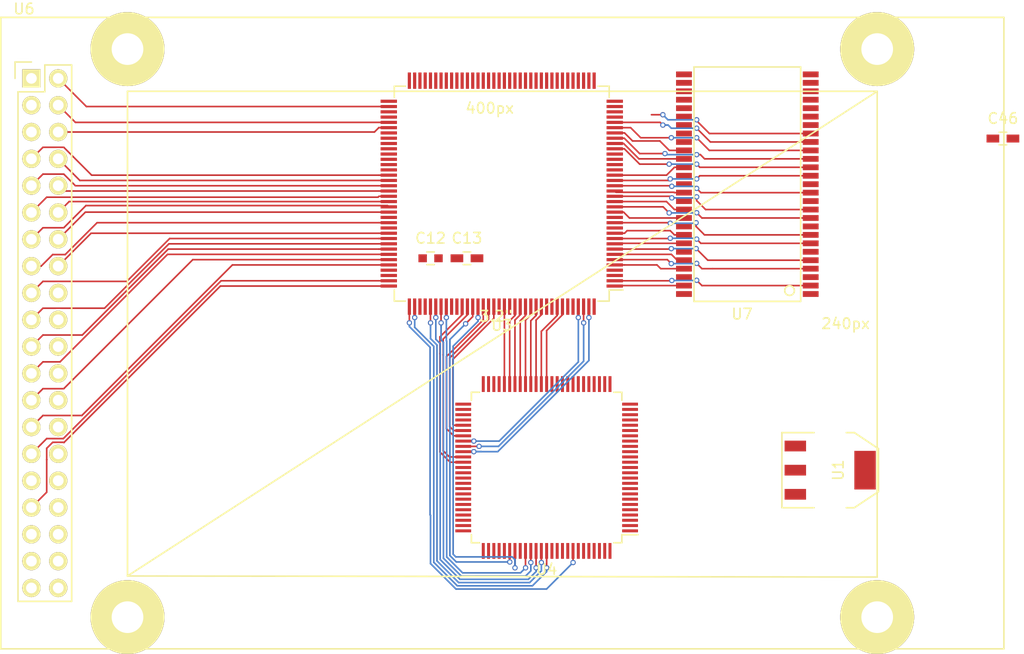
<source format=kicad_pcb>
(kicad_pcb (version 4) (host pcbnew "(2016-02-12 BZR 6554)-stable")

  (general
    (links 156)
    (no_connects 86)
    (area 25.871999 39.826 123.114841 102.157)
    (thickness 1.6)
    (drawings 0)
    (tracks 445)
    (zones 0)
    (modules 8)
    (nets 192)
  )

  (page A4)
  (layers
    (0 F.Cu signal)
    (31 B.Cu signal)
    (32 B.Adhes user)
    (33 F.Adhes user)
    (34 B.Paste user)
    (35 F.Paste user)
    (36 B.SilkS user)
    (37 F.SilkS user)
    (38 B.Mask user)
    (39 F.Mask user)
    (40 Dwgs.User user)
    (41 Cmts.User user)
    (42 Eco1.User user)
    (43 Eco2.User user)
    (44 Edge.Cuts user)
    (45 Margin user)
    (46 B.CrtYd user)
    (47 F.CrtYd user)
    (48 B.Fab user)
    (49 F.Fab user)
  )

  (setup
    (last_trace_width 0.153)
    (trace_clearance 0.153)
    (zone_clearance 0.508)
    (zone_45_only no)
    (trace_min 0.153)
    (segment_width 0.2)
    (edge_width 0.1)
    (via_size 0.5)
    (via_drill 0.3)
    (via_min_size 0.4)
    (via_min_drill 0.3)
    (uvia_size 0.3)
    (uvia_drill 0.1)
    (uvias_allowed no)
    (uvia_min_size 0.2)
    (uvia_min_drill 0.1)
    (pcb_text_width 0.3)
    (pcb_text_size 1.5 1.5)
    (mod_edge_width 0.15)
    (mod_text_size 1 1)
    (mod_text_width 0.15)
    (pad_size 1.5 1.5)
    (pad_drill 0.6)
    (pad_to_mask_clearance 0)
    (aux_axis_origin 0 0)
    (visible_elements FFFFFF7F)
    (pcbplotparams
      (layerselection 0x00030_ffffffff)
      (usegerberextensions false)
      (excludeedgelayer true)
      (linewidth 0.100000)
      (plotframeref false)
      (viasonmask false)
      (mode 1)
      (useauxorigin false)
      (hpglpennumber 1)
      (hpglpenspeed 20)
      (hpglpendiameter 15)
      (psnegative false)
      (psa4output false)
      (plotreference true)
      (plotvalue true)
      (plotinvisibletext false)
      (padsonsilk false)
      (subtractmaskfromsilk false)
      (outputformat 1)
      (mirror false)
      (drillshape 1)
      (scaleselection 1)
      (outputdirectory ""))
  )

  (net 0 "")
  (net 1 /FSMC/DA13)
  (net 2 /FSMC/E1_N)
  (net 3 "Net-(C4-Pad1)")
  (net 4 VFPGA33)
  (net 5 GNDD)
  (net 6 +1V2)
  (net 7 "Net-(R2-Pad2)")
  (net 8 "Net-(R3-Pad2)")
  (net 9 "Net-(P3-Pad3)")
  (net 10 "Net-(P3-Pad5)")
  (net 11 "Net-(P3-Pad1)")
  (net 12 "Net-(P3-Pad7)")
  (net 13 /FSMC/A23)
  (net 14 /FSMC/A19)
  (net 15 /FSMC/A20)
  (net 16 /FSMC/A21)
  (net 17 /FSMC/A22)
  (net 18 "Net-(U4-Pad7)")
  (net 19 "Net-(U4-Pad8)")
  (net 20 "Net-(U4-Pad9)")
  (net 21 "Net-(U4-Pad14)")
  (net 22 "Net-(U4-Pad15)")
  (net 23 "Net-(U4-Pad16)")
  (net 24 "Net-(U4-Pad17)")
  (net 25 "Net-(U4-Pad18)")
  (net 26 "Net-(U4-Pad23)")
  (net 27 "Net-(U4-Pad24)")
  (net 28 "Net-(U4-Pad25)")
  (net 29 "Net-(U4-Pad26)")
  (net 30 "Net-(U4-Pad29)")
  (net 31 "Net-(U4-Pad30)")
  (net 32 "Net-(U4-Pad31)")
  (net 33 "Net-(U4-Pad32)")
  (net 34 "Net-(U4-Pad33)")
  (net 35 "Net-(U4-Pad34)")
  (net 36 "Net-(U4-Pad35)")
  (net 37 "Net-(U4-Pad36)")
  (net 38 /FSMC/BOOT1)
  (net 39 /FSMC/DA4)
  (net 40 /FSMC/DA5)
  (net 41 /FSMC/DA6)
  (net 42 /FSMC/DA7)
  (net 43 /FSMC/DA8)
  (net 44 /FSMC/DA9)
  (net 45 /FSMC/DA10)
  (net 46 /FSMC/DA11)
  (net 47 /FSMC/DA12)
  (net 48 "Net-(U4-Pad47)")
  (net 49 "Net-(U4-Pad48)")
  (net 50 "Net-(U4-Pad51)")
  (net 51 "Net-(U4-Pad52)")
  (net 52 "Net-(U4-Pad53)")
  (net 53 "Net-(U4-Pad54)")
  (net 54 /FSMC/DA14)
  (net 55 /FSMC/DA15)
  (net 56 /FSMC/A16)
  (net 57 /FSMC/A17)
  (net 58 /FSMC/A18)
  (net 59 /FSMC/DA0)
  (net 60 /FSMC/DA1)
  (net 61 "Net-(U4-Pad63)")
  (net 62 "Net-(U4-Pad64)")
  (net 63 "Net-(U4-Pad65)")
  (net 64 "Net-(U4-Pad66)")
  (net 65 "Net-(U4-Pad67)")
  (net 66 "Net-(U4-Pad68)")
  (net 67 "Net-(U4-Pad69)")
  (net 68 "Net-(U4-Pad70)")
  (net 69 "Net-(U4-Pad71)")
  (net 70 "Net-(U4-Pad72)")
  (net 71 "Net-(U4-Pad76)")
  (net 72 "Net-(U4-Pad77)")
  (net 73 "Net-(U4-Pad78)")
  (net 74 "Net-(U4-Pad79)")
  (net 75 "Net-(U4-Pad80)")
  (net 76 /FSMC/DA2)
  (net 77 /FSMC/DA3)
  (net 78 "Net-(U4-Pad83)")
  (net 79 /FSMC/CLK)
  (net 80 /FSMC/OE_N)
  (net 81 /FSMC/WE_N)
  (net 82 /FSMC/WAIT_N)
  (net 83 /FSMC/JTDO)
  (net 84 /FSMC/JRST_N)
  (net 85 "Net-(U4-Pad91)")
  (net 86 "Net-(U4-Pad92)")
  (net 87 /FSMC/ADV_N)
  (net 88 "Net-(U4-Pad94)")
  (net 89 "Net-(U4-Pad95)")
  (net 90 "Net-(U4-Pad96)")
  (net 91 /FSMC/BL0_N)
  (net 92 /FSMC/BL1_N)
  (net 93 VSTM33)
  (net 94 GND)
  (net 95 /powersupply/VCAP1)
  (net 96 /powersupply/VCAP2)
  (net 97 "Net-(C40-Pad1)")
  (net 98 "Net-(C41-Pad1)")
  (net 99 "Net-(U6-Pad5)")
  (net 100 "Net-(U6-Pad31)")
  (net 101 "Net-(U6-Pad35)")
  (net 102 "Net-(R14-Pad1)")
  (net 103 "Net-(U6-Pad38)")
  (net 104 "Net-(U6-Pad39)")
  (net 105 "Net-(U6-Pad40)")
  (net 106 /display/DB0)
  (net 107 /display/DB1)
  (net 108 /display/DB2)
  (net 109 /display/RS)
  (net 110 /display/DB3)
  (net 111 /display/WR)
  (net 112 /display/DB4)
  (net 113 /display/RD)
  (net 114 /display/DB5)
  (net 115 /display/DB8)
  (net 116 /display/DB6)
  (net 117 /display/DB9)
  (net 118 /display/DB7)
  (net 119 /display/DB10)
  (net 120 /display/DB11)
  (net 121 /display/DB12)
  (net 122 /display/DB13)
  (net 123 /display/DB14)
  (net 124 /display/DB15)
  (net 125 /display/CS)
  (net 126 /display/RST)
  (net 127 "Net-(U3-Pad73)")
  (net 128 /display/T_CLK)
  (net 129 /display/T_CS)
  (net 130 /display/T_DIN)
  (net 131 /display/T_BUSY)
  (net 132 /display/T_DOUT)
  (net 133 /display/T_IRQ)
  (net 134 /display/SD_SO)
  (net 135 /display/SD_SCK)
  (net 136 /display/SD_SI)
  (net 137 /display/SD_NSS)
  (net 138 /sdram/DQ0)
  (net 139 /sdram/DQ1)
  (net 140 /sdram/DQ2)
  (net 141 /sdram/DQ3)
  (net 142 /sdram/DQ4)
  (net 143 /sdram/DQ5)
  (net 144 /sdram/DQ6)
  (net 145 /sdram/DQ7)
  (net 146 /sdram/DQML)
  (net 147 /sdram/WE)
  (net 148 /sdram/CAS)
  (net 149 /sdram/RAS)
  (net 150 /sdram/CS)
  (net 151 /sdram/BA0)
  (net 152 /sdram/BA1)
  (net 153 /sdram/A10)
  (net 154 /sdram/A0)
  (net 155 /sdram/A1)
  (net 156 /sdram/A2)
  (net 157 /sdram/A3)
  (net 158 /sdram/A4)
  (net 159 /sdram/A5)
  (net 160 /sdram/A6)
  (net 161 /sdram/A7)
  (net 162 /sdram/A8)
  (net 163 /sdram/A9)
  (net 164 /sdram/A11)
  (net 165 "Net-(U7-Pad36)")
  (net 166 /sdram/CKE)
  (net 167 /sdram/CLK)
  (net 168 /sdram/DQMH)
  (net 169 "Net-(U7-Pad40)")
  (net 170 /sdram/DQ8)
  (net 171 /sdram/DQ9)
  (net 172 /sdram/DQ10)
  (net 173 /sdram/DQ11)
  (net 174 /sdram/DQ12)
  (net 175 /sdram/DQ13)
  (net 176 /sdram/DQ14)
  (net 177 /sdram/DQ15)
  (net 178 "Net-(U3-Pad53)")
  (net 179 "Net-(U3-Pad54)")
  (net 180 "Net-(U3-Pad55)")
  (net 181 "Net-(U3-Pad56)")
  (net 182 "Net-(U3-Pad57)")
  (net 183 "Net-(U3-Pad58)")
  (net 184 "Net-(U3-Pad61)")
  (net 185 "Net-(U3-Pad62)")
  (net 186 "Net-(U3-Pad65)")
  (net 187 "Net-(U3-Pad66)")
  (net 188 "Net-(U3-Pad69)")
  (net 189 "Net-(U3-Pad70)")
  (net 190 "Net-(U3-Pad71)")
  (net 191 "Net-(U3-Pad72)")

  (net_class Default "This is the default net class."
    (clearance 0.153)
    (trace_width 0.153)
    (via_dia 0.5)
    (via_drill 0.3)
    (uvia_dia 0.3)
    (uvia_drill 0.1)
    (add_net +1V2)
    (add_net /FSMC/A16)
    (add_net /FSMC/A17)
    (add_net /FSMC/A18)
    (add_net /FSMC/A19)
    (add_net /FSMC/A20)
    (add_net /FSMC/A21)
    (add_net /FSMC/A22)
    (add_net /FSMC/A23)
    (add_net /FSMC/ADV_N)
    (add_net /FSMC/BL0_N)
    (add_net /FSMC/BL1_N)
    (add_net /FSMC/BOOT1)
    (add_net /FSMC/CLK)
    (add_net /FSMC/DA0)
    (add_net /FSMC/DA1)
    (add_net /FSMC/DA10)
    (add_net /FSMC/DA11)
    (add_net /FSMC/DA12)
    (add_net /FSMC/DA13)
    (add_net /FSMC/DA14)
    (add_net /FSMC/DA15)
    (add_net /FSMC/DA2)
    (add_net /FSMC/DA3)
    (add_net /FSMC/DA4)
    (add_net /FSMC/DA5)
    (add_net /FSMC/DA6)
    (add_net /FSMC/DA7)
    (add_net /FSMC/DA8)
    (add_net /FSMC/DA9)
    (add_net /FSMC/E1_N)
    (add_net /FSMC/JRST_N)
    (add_net /FSMC/JTDO)
    (add_net /FSMC/OE_N)
    (add_net /FSMC/WAIT_N)
    (add_net /FSMC/WE_N)
    (add_net /display/CS)
    (add_net /display/DB0)
    (add_net /display/DB1)
    (add_net /display/DB10)
    (add_net /display/DB11)
    (add_net /display/DB12)
    (add_net /display/DB13)
    (add_net /display/DB14)
    (add_net /display/DB15)
    (add_net /display/DB2)
    (add_net /display/DB3)
    (add_net /display/DB4)
    (add_net /display/DB5)
    (add_net /display/DB6)
    (add_net /display/DB7)
    (add_net /display/DB8)
    (add_net /display/DB9)
    (add_net /display/RD)
    (add_net /display/RS)
    (add_net /display/RST)
    (add_net /display/SD_NSS)
    (add_net /display/SD_SCK)
    (add_net /display/SD_SI)
    (add_net /display/SD_SO)
    (add_net /display/T_BUSY)
    (add_net /display/T_CLK)
    (add_net /display/T_CS)
    (add_net /display/T_DIN)
    (add_net /display/T_DOUT)
    (add_net /display/T_IRQ)
    (add_net /display/WR)
    (add_net /powersupply/VCAP1)
    (add_net /powersupply/VCAP2)
    (add_net /sdram/A0)
    (add_net /sdram/A1)
    (add_net /sdram/A10)
    (add_net /sdram/A11)
    (add_net /sdram/A2)
    (add_net /sdram/A3)
    (add_net /sdram/A4)
    (add_net /sdram/A5)
    (add_net /sdram/A6)
    (add_net /sdram/A7)
    (add_net /sdram/A8)
    (add_net /sdram/A9)
    (add_net /sdram/BA0)
    (add_net /sdram/BA1)
    (add_net /sdram/CAS)
    (add_net /sdram/CKE)
    (add_net /sdram/CLK)
    (add_net /sdram/CS)
    (add_net /sdram/DQ0)
    (add_net /sdram/DQ1)
    (add_net /sdram/DQ10)
    (add_net /sdram/DQ11)
    (add_net /sdram/DQ12)
    (add_net /sdram/DQ13)
    (add_net /sdram/DQ14)
    (add_net /sdram/DQ15)
    (add_net /sdram/DQ2)
    (add_net /sdram/DQ3)
    (add_net /sdram/DQ4)
    (add_net /sdram/DQ5)
    (add_net /sdram/DQ6)
    (add_net /sdram/DQ7)
    (add_net /sdram/DQ8)
    (add_net /sdram/DQ9)
    (add_net /sdram/DQMH)
    (add_net /sdram/DQML)
    (add_net /sdram/RAS)
    (add_net /sdram/WE)
    (add_net GND)
    (add_net GNDD)
    (add_net "Net-(C4-Pad1)")
    (add_net "Net-(C40-Pad1)")
    (add_net "Net-(C41-Pad1)")
    (add_net "Net-(P3-Pad1)")
    (add_net "Net-(P3-Pad3)")
    (add_net "Net-(P3-Pad5)")
    (add_net "Net-(P3-Pad7)")
    (add_net "Net-(R14-Pad1)")
    (add_net "Net-(R2-Pad2)")
    (add_net "Net-(R3-Pad2)")
    (add_net "Net-(U3-Pad53)")
    (add_net "Net-(U3-Pad54)")
    (add_net "Net-(U3-Pad55)")
    (add_net "Net-(U3-Pad56)")
    (add_net "Net-(U3-Pad57)")
    (add_net "Net-(U3-Pad58)")
    (add_net "Net-(U3-Pad61)")
    (add_net "Net-(U3-Pad62)")
    (add_net "Net-(U3-Pad65)")
    (add_net "Net-(U3-Pad66)")
    (add_net "Net-(U3-Pad69)")
    (add_net "Net-(U3-Pad70)")
    (add_net "Net-(U3-Pad71)")
    (add_net "Net-(U3-Pad72)")
    (add_net "Net-(U3-Pad73)")
    (add_net "Net-(U4-Pad14)")
    (add_net "Net-(U4-Pad15)")
    (add_net "Net-(U4-Pad16)")
    (add_net "Net-(U4-Pad17)")
    (add_net "Net-(U4-Pad18)")
    (add_net "Net-(U4-Pad23)")
    (add_net "Net-(U4-Pad24)")
    (add_net "Net-(U4-Pad25)")
    (add_net "Net-(U4-Pad26)")
    (add_net "Net-(U4-Pad29)")
    (add_net "Net-(U4-Pad30)")
    (add_net "Net-(U4-Pad31)")
    (add_net "Net-(U4-Pad32)")
    (add_net "Net-(U4-Pad33)")
    (add_net "Net-(U4-Pad34)")
    (add_net "Net-(U4-Pad35)")
    (add_net "Net-(U4-Pad36)")
    (add_net "Net-(U4-Pad47)")
    (add_net "Net-(U4-Pad48)")
    (add_net "Net-(U4-Pad51)")
    (add_net "Net-(U4-Pad52)")
    (add_net "Net-(U4-Pad53)")
    (add_net "Net-(U4-Pad54)")
    (add_net "Net-(U4-Pad63)")
    (add_net "Net-(U4-Pad64)")
    (add_net "Net-(U4-Pad65)")
    (add_net "Net-(U4-Pad66)")
    (add_net "Net-(U4-Pad67)")
    (add_net "Net-(U4-Pad68)")
    (add_net "Net-(U4-Pad69)")
    (add_net "Net-(U4-Pad7)")
    (add_net "Net-(U4-Pad70)")
    (add_net "Net-(U4-Pad71)")
    (add_net "Net-(U4-Pad72)")
    (add_net "Net-(U4-Pad76)")
    (add_net "Net-(U4-Pad77)")
    (add_net "Net-(U4-Pad78)")
    (add_net "Net-(U4-Pad79)")
    (add_net "Net-(U4-Pad8)")
    (add_net "Net-(U4-Pad80)")
    (add_net "Net-(U4-Pad83)")
    (add_net "Net-(U4-Pad9)")
    (add_net "Net-(U4-Pad91)")
    (add_net "Net-(U4-Pad92)")
    (add_net "Net-(U4-Pad94)")
    (add_net "Net-(U4-Pad95)")
    (add_net "Net-(U4-Pad96)")
    (add_net "Net-(U6-Pad31)")
    (add_net "Net-(U6-Pad35)")
    (add_net "Net-(U6-Pad38)")
    (add_net "Net-(U6-Pad39)")
    (add_net "Net-(U6-Pad40)")
    (add_net "Net-(U6-Pad5)")
    (add_net "Net-(U7-Pad36)")
    (add_net "Net-(U7-Pad40)")
    (add_net VFPGA33)
    (add_net VSTM33)
  )

  (module smd:TSOP-54 (layer F.Cu) (tedit 56C6D015) (tstamp 56C6E984)
    (at 102.8 67.9 90)
    (path /563244F7/56C702B2)
    (fp_text reference U7 (at -1.9 -6.5 180) (layer F.SilkS)
      (effects (font (size 1 1) (thickness 0.15)))
    )
    (fp_text value IS42S16800F (at 10.05 -5.8 90) (layer F.Fab)
      (effects (font (size 1 1) (thickness 0.15)))
    )
    (fp_circle (center 0.323502 -2) (end 0.55 -1.6) (layer F.SilkS) (width 0.15))
    (fp_line (start 21.5 -11.05) (end -0.7 -11.05) (layer F.SilkS) (width 0.15))
    (fp_line (start 21.5 -0.95) (end 21.5 -11.05) (layer F.SilkS) (width 0.15))
    (fp_line (start -0.7 -0.95) (end 21.5 -0.95) (layer F.SilkS) (width 0.15))
    (fp_line (start -0.7 -11.05) (end -0.7 -0.95) (layer F.SilkS) (width 0.15))
    (pad 1 smd rect (at 0 0 90) (size 0.55 1.5) (layers F.Cu F.Paste F.Mask)
      (net 4 VFPGA33))
    (pad 2 smd rect (at 0.8 0 90) (size 0.55 1.5) (layers F.Cu F.Paste F.Mask)
      (net 138 /sdram/DQ0))
    (pad 3 smd rect (at 1.6 0 90) (size 0.55 1.5) (layers F.Cu F.Paste F.Mask)
      (net 5 GNDD))
    (pad 4 smd rect (at 2.4 0 90) (size 0.55 1.5) (layers F.Cu F.Paste F.Mask)
      (net 139 /sdram/DQ1))
    (pad 5 smd rect (at 3.2 0 90) (size 0.55 1.5) (layers F.Cu F.Paste F.Mask)
      (net 140 /sdram/DQ2))
    (pad 6 smd rect (at 4 0 90) (size 0.55 1.5) (layers F.Cu F.Paste F.Mask)
      (net 5 GNDD))
    (pad 7 smd rect (at 4.8 0 90) (size 0.55 1.5) (layers F.Cu F.Paste F.Mask)
      (net 141 /sdram/DQ3))
    (pad 8 smd rect (at 5.6 0 90) (size 0.55 1.5) (layers F.Cu F.Paste F.Mask)
      (net 142 /sdram/DQ4))
    (pad 9 smd rect (at 6.4 0 90) (size 0.55 1.5) (layers F.Cu F.Paste F.Mask)
      (net 5 GNDD))
    (pad 10 smd rect (at 7.2 0 90) (size 0.55 1.5) (layers F.Cu F.Paste F.Mask)
      (net 143 /sdram/DQ5))
    (pad 11 smd rect (at 8 0 90) (size 0.55 1.5) (layers F.Cu F.Paste F.Mask)
      (net 144 /sdram/DQ6))
    (pad 12 smd rect (at 8.8 0 90) (size 0.55 1.5) (layers F.Cu F.Paste F.Mask)
      (net 5 GNDD))
    (pad 13 smd rect (at 9.6 0 90) (size 0.55 1.5) (layers F.Cu F.Paste F.Mask)
      (net 145 /sdram/DQ7))
    (pad 14 smd rect (at 10.4 0 90) (size 0.55 1.5) (layers F.Cu F.Paste F.Mask)
      (net 4 VFPGA33))
    (pad 15 smd rect (at 11.2 0 90) (size 0.55 1.5) (layers F.Cu F.Paste F.Mask)
      (net 146 /sdram/DQML))
    (pad 16 smd rect (at 12 0 90) (size 0.55 1.5) (layers F.Cu F.Paste F.Mask)
      (net 147 /sdram/WE))
    (pad 17 smd rect (at 12.8 0 90) (size 0.55 1.5) (layers F.Cu F.Paste F.Mask)
      (net 148 /sdram/CAS))
    (pad 18 smd rect (at 13.6 0 90) (size 0.55 1.5) (layers F.Cu F.Paste F.Mask)
      (net 149 /sdram/RAS))
    (pad 19 smd rect (at 14.4 0 90) (size 0.55 1.5) (layers F.Cu F.Paste F.Mask)
      (net 150 /sdram/CS))
    (pad 20 smd rect (at 15.2 0 90) (size 0.55 1.5) (layers F.Cu F.Paste F.Mask)
      (net 151 /sdram/BA0))
    (pad 21 smd rect (at 16 0 90) (size 0.55 1.5) (layers F.Cu F.Paste F.Mask)
      (net 152 /sdram/BA1))
    (pad 22 smd rect (at 16.8 0 90) (size 0.55 1.5) (layers F.Cu F.Paste F.Mask)
      (net 153 /sdram/A10))
    (pad 23 smd rect (at 17.6 0 90) (size 0.55 1.5) (layers F.Cu F.Paste F.Mask)
      (net 154 /sdram/A0))
    (pad 24 smd rect (at 18.4 0 90) (size 0.55 1.5) (layers F.Cu F.Paste F.Mask)
      (net 155 /sdram/A1))
    (pad 25 smd rect (at 19.2 0 90) (size 0.55 1.5) (layers F.Cu F.Paste F.Mask)
      (net 156 /sdram/A2))
    (pad 26 smd rect (at 20 0 90) (size 0.55 1.5) (layers F.Cu F.Paste F.Mask)
      (net 157 /sdram/A3))
    (pad 27 smd rect (at 20.8 0 90) (size 0.55 1.5) (layers F.Cu F.Paste F.Mask)
      (net 4 VFPGA33))
    (pad 28 smd rect (at 20.8 -12 90) (size 0.55 1.5) (layers F.Cu F.Paste F.Mask)
      (net 4 VFPGA33))
    (pad 29 smd rect (at 20 -12 90) (size 0.55 1.5) (layers F.Cu F.Paste F.Mask)
      (net 158 /sdram/A4))
    (pad 30 smd rect (at 19.2 -12 90) (size 0.55 1.5) (layers F.Cu F.Paste F.Mask)
      (net 159 /sdram/A5))
    (pad 31 smd rect (at 18.4 -12 90) (size 0.55 1.5) (layers F.Cu F.Paste F.Mask)
      (net 160 /sdram/A6))
    (pad 32 smd rect (at 17.6 -12 90) (size 0.55 1.5) (layers F.Cu F.Paste F.Mask)
      (net 161 /sdram/A7))
    (pad 33 smd rect (at 16.8 -12 90) (size 0.55 1.5) (layers F.Cu F.Paste F.Mask)
      (net 162 /sdram/A8))
    (pad 34 smd rect (at 16 -12 90) (size 0.55 1.5) (layers F.Cu F.Paste F.Mask)
      (net 163 /sdram/A9))
    (pad 35 smd rect (at 15.2 -12 90) (size 0.55 1.5) (layers F.Cu F.Paste F.Mask)
      (net 164 /sdram/A11))
    (pad 36 smd rect (at 14.4 -12 90) (size 0.55 1.5) (layers F.Cu F.Paste F.Mask)
      (net 165 "Net-(U7-Pad36)"))
    (pad 37 smd rect (at 13.6 -12 90) (size 0.55 1.5) (layers F.Cu F.Paste F.Mask)
      (net 166 /sdram/CKE))
    (pad 38 smd rect (at 12.8 -12 90) (size 0.55 1.5) (layers F.Cu F.Paste F.Mask)
      (net 167 /sdram/CLK))
    (pad 39 smd rect (at 12 -12 90) (size 0.55 1.5) (layers F.Cu F.Paste F.Mask)
      (net 168 /sdram/DQMH))
    (pad 40 smd rect (at 11.2 -12 90) (size 0.55 1.5) (layers F.Cu F.Paste F.Mask)
      (net 169 "Net-(U7-Pad40)"))
    (pad 41 smd rect (at 10.4 -12 90) (size 0.55 1.5) (layers F.Cu F.Paste F.Mask)
      (net 4 VFPGA33))
    (pad 42 smd rect (at 9.6 -12 90) (size 0.55 1.5) (layers F.Cu F.Paste F.Mask)
      (net 170 /sdram/DQ8))
    (pad 43 smd rect (at 8.8 -12 90) (size 0.55 1.5) (layers F.Cu F.Paste F.Mask)
      (net 5 GNDD))
    (pad 44 smd rect (at 8 -12 90) (size 0.55 1.5) (layers F.Cu F.Paste F.Mask)
      (net 171 /sdram/DQ9))
    (pad 45 smd rect (at 7.2 -12 90) (size 0.55 1.5) (layers F.Cu F.Paste F.Mask)
      (net 172 /sdram/DQ10))
    (pad 46 smd rect (at 6.4 -12 90) (size 0.55 1.5) (layers F.Cu F.Paste F.Mask)
      (net 5 GNDD))
    (pad 47 smd rect (at 5.6 -12 90) (size 0.55 1.5) (layers F.Cu F.Paste F.Mask)
      (net 173 /sdram/DQ11))
    (pad 48 smd rect (at 4.8 -12 90) (size 0.55 1.5) (layers F.Cu F.Paste F.Mask)
      (net 174 /sdram/DQ12))
    (pad 49 smd rect (at 4 -12 90) (size 0.55 1.5) (layers F.Cu F.Paste F.Mask)
      (net 5 GNDD))
    (pad 50 smd rect (at 3.2 -12 90) (size 0.55 1.5) (layers F.Cu F.Paste F.Mask)
      (net 175 /sdram/DQ13))
    (pad 51 smd rect (at 2.4 -12 90) (size 0.55 1.5) (layers F.Cu F.Paste F.Mask)
      (net 176 /sdram/DQ14))
    (pad 52 smd rect (at 1.6 -12 90) (size 0.55 1.5) (layers F.Cu F.Paste F.Mask)
      (net 5 GNDD))
    (pad 53 smd rect (at 0.8 -12 90) (size 0.55 1.5) (layers F.Cu F.Paste F.Mask)
      (net 177 /sdram/DQ15))
    (pad 54 smd rect (at 0 -12 90) (size 0.55 1.5) (layers F.Cu F.Paste F.Mask)
      (net 4 VFPGA33))
  )

  (module Housings_QFP:LQFP-100_14x14mm_Pitch0.5mm (layer F.Cu) (tedit 54130A77) (tstamp 56C4508F)
    (at 77.793728 84.329542 180)
    (descr "LQFP100: plastic low profile quad flat package; 100 leads; body 14 x 14 x 1.4 mm (see NXP sot407-1_po.pdf and sot407-1_fr.pdf)")
    (tags "QFP 0.5")
    (path /563244F7/56C476C3)
    (attr smd)
    (fp_text reference U4 (at 0 -9.65 180) (layer F.SilkS)
      (effects (font (size 1 1) (thickness 0.15)))
    )
    (fp_text value STM32F407VGT (at 0 9.65 180) (layer F.Fab)
      (effects (font (size 1 1) (thickness 0.15)))
    )
    (fp_line (start -8.9 -8.9) (end -8.9 8.9) (layer F.CrtYd) (width 0.05))
    (fp_line (start 8.9 -8.9) (end 8.9 8.9) (layer F.CrtYd) (width 0.05))
    (fp_line (start -8.9 -8.9) (end 8.9 -8.9) (layer F.CrtYd) (width 0.05))
    (fp_line (start -8.9 8.9) (end 8.9 8.9) (layer F.CrtYd) (width 0.05))
    (fp_line (start -7.125 -7.125) (end -7.125 -6.365) (layer F.SilkS) (width 0.15))
    (fp_line (start 7.125 -7.125) (end 7.125 -6.365) (layer F.SilkS) (width 0.15))
    (fp_line (start 7.125 7.125) (end 7.125 6.365) (layer F.SilkS) (width 0.15))
    (fp_line (start -7.125 7.125) (end -7.125 6.365) (layer F.SilkS) (width 0.15))
    (fp_line (start -7.125 -7.125) (end -6.365 -7.125) (layer F.SilkS) (width 0.15))
    (fp_line (start -7.125 7.125) (end -6.365 7.125) (layer F.SilkS) (width 0.15))
    (fp_line (start 7.125 7.125) (end 6.365 7.125) (layer F.SilkS) (width 0.15))
    (fp_line (start 7.125 -7.125) (end 6.365 -7.125) (layer F.SilkS) (width 0.15))
    (fp_line (start -7.125 -6.365) (end -8.65 -6.365) (layer F.SilkS) (width 0.15))
    (pad 1 smd rect (at -7.9 -6 180) (size 1.5 0.28) (layers F.Cu F.Paste F.Mask)
      (net 13 /FSMC/A23))
    (pad 2 smd rect (at -7.9 -5.5 180) (size 1.5 0.28) (layers F.Cu F.Paste F.Mask)
      (net 14 /FSMC/A19))
    (pad 3 smd rect (at -7.9 -5 180) (size 1.5 0.28) (layers F.Cu F.Paste F.Mask)
      (net 15 /FSMC/A20))
    (pad 4 smd rect (at -7.9 -4.5 180) (size 1.5 0.28) (layers F.Cu F.Paste F.Mask)
      (net 16 /FSMC/A21))
    (pad 5 smd rect (at -7.9 -4 180) (size 1.5 0.28) (layers F.Cu F.Paste F.Mask)
      (net 17 /FSMC/A22))
    (pad 6 smd rect (at -7.9 -3.5 180) (size 1.5 0.28) (layers F.Cu F.Paste F.Mask)
      (net 93 VSTM33))
    (pad 7 smd rect (at -7.9 -3 180) (size 1.5 0.28) (layers F.Cu F.Paste F.Mask)
      (net 18 "Net-(U4-Pad7)"))
    (pad 8 smd rect (at -7.9 -2.5 180) (size 1.5 0.28) (layers F.Cu F.Paste F.Mask)
      (net 19 "Net-(U4-Pad8)"))
    (pad 9 smd rect (at -7.9 -2 180) (size 1.5 0.28) (layers F.Cu F.Paste F.Mask)
      (net 20 "Net-(U4-Pad9)"))
    (pad 10 smd rect (at -7.9 -1.5 180) (size 1.5 0.28) (layers F.Cu F.Paste F.Mask)
      (net 94 GND))
    (pad 11 smd rect (at -7.9 -1 180) (size 1.5 0.28) (layers F.Cu F.Paste F.Mask)
      (net 93 VSTM33))
    (pad 12 smd rect (at -7.9 -0.5 180) (size 1.5 0.28) (layers F.Cu F.Paste F.Mask)
      (net 97 "Net-(C40-Pad1)"))
    (pad 13 smd rect (at -7.9 0 180) (size 1.5 0.28) (layers F.Cu F.Paste F.Mask)
      (net 98 "Net-(C41-Pad1)"))
    (pad 14 smd rect (at -7.9 0.5 180) (size 1.5 0.28) (layers F.Cu F.Paste F.Mask)
      (net 21 "Net-(U4-Pad14)"))
    (pad 15 smd rect (at -7.9 1 180) (size 1.5 0.28) (layers F.Cu F.Paste F.Mask)
      (net 22 "Net-(U4-Pad15)"))
    (pad 16 smd rect (at -7.9 1.5 180) (size 1.5 0.28) (layers F.Cu F.Paste F.Mask)
      (net 23 "Net-(U4-Pad16)"))
    (pad 17 smd rect (at -7.9 2 180) (size 1.5 0.28) (layers F.Cu F.Paste F.Mask)
      (net 24 "Net-(U4-Pad17)"))
    (pad 18 smd rect (at -7.9 2.5 180) (size 1.5 0.28) (layers F.Cu F.Paste F.Mask)
      (net 25 "Net-(U4-Pad18)"))
    (pad 19 smd rect (at -7.9 3 180) (size 1.5 0.28) (layers F.Cu F.Paste F.Mask)
      (net 93 VSTM33))
    (pad 20 smd rect (at -7.9 3.5 180) (size 1.5 0.28) (layers F.Cu F.Paste F.Mask)
      (net 94 GND))
    (pad 21 smd rect (at -7.9 4 180) (size 1.5 0.28) (layers F.Cu F.Paste F.Mask)
      (net 93 VSTM33))
    (pad 22 smd rect (at -7.9 4.5 180) (size 1.5 0.28) (layers F.Cu F.Paste F.Mask)
      (net 93 VSTM33))
    (pad 23 smd rect (at -7.9 5 180) (size 1.5 0.28) (layers F.Cu F.Paste F.Mask)
      (net 26 "Net-(U4-Pad23)"))
    (pad 24 smd rect (at -7.9 5.5 180) (size 1.5 0.28) (layers F.Cu F.Paste F.Mask)
      (net 27 "Net-(U4-Pad24)"))
    (pad 25 smd rect (at -7.9 6 180) (size 1.5 0.28) (layers F.Cu F.Paste F.Mask)
      (net 28 "Net-(U4-Pad25)"))
    (pad 26 smd rect (at -6 7.9 270) (size 1.5 0.28) (layers F.Cu F.Paste F.Mask)
      (net 29 "Net-(U4-Pad26)"))
    (pad 27 smd rect (at -5.5 7.9 270) (size 1.5 0.28) (layers F.Cu F.Paste F.Mask)
      (net 94 GND))
    (pad 28 smd rect (at -5 7.9 270) (size 1.5 0.28) (layers F.Cu F.Paste F.Mask)
      (net 93 VSTM33))
    (pad 29 smd rect (at -4.5 7.9 270) (size 1.5 0.28) (layers F.Cu F.Paste F.Mask)
      (net 30 "Net-(U4-Pad29)"))
    (pad 30 smd rect (at -4 7.9 270) (size 1.5 0.28) (layers F.Cu F.Paste F.Mask)
      (net 31 "Net-(U4-Pad30)"))
    (pad 31 smd rect (at -3.5 7.9 270) (size 1.5 0.28) (layers F.Cu F.Paste F.Mask)
      (net 32 "Net-(U4-Pad31)"))
    (pad 32 smd rect (at -3 7.9 270) (size 1.5 0.28) (layers F.Cu F.Paste F.Mask)
      (net 33 "Net-(U4-Pad32)"))
    (pad 33 smd rect (at -2.5 7.9 270) (size 1.5 0.28) (layers F.Cu F.Paste F.Mask)
      (net 34 "Net-(U4-Pad33)"))
    (pad 34 smd rect (at -2 7.9 270) (size 1.5 0.28) (layers F.Cu F.Paste F.Mask)
      (net 35 "Net-(U4-Pad34)"))
    (pad 35 smd rect (at -1.5 7.9 270) (size 1.5 0.28) (layers F.Cu F.Paste F.Mask)
      (net 36 "Net-(U4-Pad35)"))
    (pad 36 smd rect (at -1 7.9 270) (size 1.5 0.28) (layers F.Cu F.Paste F.Mask)
      (net 37 "Net-(U4-Pad36)"))
    (pad 37 smd rect (at -0.5 7.9 270) (size 1.5 0.28) (layers F.Cu F.Paste F.Mask)
      (net 38 /FSMC/BOOT1))
    (pad 38 smd rect (at 0 7.9 270) (size 1.5 0.28) (layers F.Cu F.Paste F.Mask)
      (net 39 /FSMC/DA4))
    (pad 39 smd rect (at 0.5 7.9 270) (size 1.5 0.28) (layers F.Cu F.Paste F.Mask)
      (net 40 /FSMC/DA5))
    (pad 40 smd rect (at 1 7.9 270) (size 1.5 0.28) (layers F.Cu F.Paste F.Mask)
      (net 41 /FSMC/DA6))
    (pad 41 smd rect (at 1.5 7.9 270) (size 1.5 0.28) (layers F.Cu F.Paste F.Mask)
      (net 42 /FSMC/DA7))
    (pad 42 smd rect (at 2 7.9 270) (size 1.5 0.28) (layers F.Cu F.Paste F.Mask)
      (net 43 /FSMC/DA8))
    (pad 43 smd rect (at 2.5 7.9 270) (size 1.5 0.28) (layers F.Cu F.Paste F.Mask)
      (net 44 /FSMC/DA9))
    (pad 44 smd rect (at 3 7.9 270) (size 1.5 0.28) (layers F.Cu F.Paste F.Mask)
      (net 45 /FSMC/DA10))
    (pad 45 smd rect (at 3.5 7.9 270) (size 1.5 0.28) (layers F.Cu F.Paste F.Mask)
      (net 46 /FSMC/DA11))
    (pad 46 smd rect (at 4 7.9 270) (size 1.5 0.28) (layers F.Cu F.Paste F.Mask)
      (net 47 /FSMC/DA12))
    (pad 47 smd rect (at 4.5 7.9 270) (size 1.5 0.28) (layers F.Cu F.Paste F.Mask)
      (net 48 "Net-(U4-Pad47)"))
    (pad 48 smd rect (at 5 7.9 270) (size 1.5 0.28) (layers F.Cu F.Paste F.Mask)
      (net 49 "Net-(U4-Pad48)"))
    (pad 49 smd rect (at 5.5 7.9 270) (size 1.5 0.28) (layers F.Cu F.Paste F.Mask)
      (net 95 /powersupply/VCAP1))
    (pad 50 smd rect (at 6 7.9 270) (size 1.5 0.28) (layers F.Cu F.Paste F.Mask)
      (net 93 VSTM33))
    (pad 51 smd rect (at 7.9 6 180) (size 1.5 0.28) (layers F.Cu F.Paste F.Mask)
      (net 50 "Net-(U4-Pad51)"))
    (pad 52 smd rect (at 7.9 5.5 180) (size 1.5 0.28) (layers F.Cu F.Paste F.Mask)
      (net 51 "Net-(U4-Pad52)"))
    (pad 53 smd rect (at 7.9 5 180) (size 1.5 0.28) (layers F.Cu F.Paste F.Mask)
      (net 52 "Net-(U4-Pad53)"))
    (pad 54 smd rect (at 7.9 4.5 180) (size 1.5 0.28) (layers F.Cu F.Paste F.Mask)
      (net 53 "Net-(U4-Pad54)"))
    (pad 55 smd rect (at 7.9 4 180) (size 1.5 0.28) (layers F.Cu F.Paste F.Mask)
      (net 1 /FSMC/DA13))
    (pad 56 smd rect (at 7.9 3.5 180) (size 1.5 0.28) (layers F.Cu F.Paste F.Mask)
      (net 54 /FSMC/DA14))
    (pad 57 smd rect (at 7.9 3 180) (size 1.5 0.28) (layers F.Cu F.Paste F.Mask)
      (net 55 /FSMC/DA15))
    (pad 58 smd rect (at 7.9 2.5 180) (size 1.5 0.28) (layers F.Cu F.Paste F.Mask)
      (net 56 /FSMC/A16))
    (pad 59 smd rect (at 7.9 2 180) (size 1.5 0.28) (layers F.Cu F.Paste F.Mask)
      (net 57 /FSMC/A17))
    (pad 60 smd rect (at 7.9 1.5 180) (size 1.5 0.28) (layers F.Cu F.Paste F.Mask)
      (net 58 /FSMC/A18))
    (pad 61 smd rect (at 7.9 1 180) (size 1.5 0.28) (layers F.Cu F.Paste F.Mask)
      (net 59 /FSMC/DA0))
    (pad 62 smd rect (at 7.9 0.5 180) (size 1.5 0.28) (layers F.Cu F.Paste F.Mask)
      (net 60 /FSMC/DA1))
    (pad 63 smd rect (at 7.9 0 180) (size 1.5 0.28) (layers F.Cu F.Paste F.Mask)
      (net 61 "Net-(U4-Pad63)"))
    (pad 64 smd rect (at 7.9 -0.5 180) (size 1.5 0.28) (layers F.Cu F.Paste F.Mask)
      (net 62 "Net-(U4-Pad64)"))
    (pad 65 smd rect (at 7.9 -1 180) (size 1.5 0.28) (layers F.Cu F.Paste F.Mask)
      (net 63 "Net-(U4-Pad65)"))
    (pad 66 smd rect (at 7.9 -1.5 180) (size 1.5 0.28) (layers F.Cu F.Paste F.Mask)
      (net 64 "Net-(U4-Pad66)"))
    (pad 67 smd rect (at 7.9 -2 180) (size 1.5 0.28) (layers F.Cu F.Paste F.Mask)
      (net 65 "Net-(U4-Pad67)"))
    (pad 68 smd rect (at 7.9 -2.5 180) (size 1.5 0.28) (layers F.Cu F.Paste F.Mask)
      (net 66 "Net-(U4-Pad68)"))
    (pad 69 smd rect (at 7.9 -3 180) (size 1.5 0.28) (layers F.Cu F.Paste F.Mask)
      (net 67 "Net-(U4-Pad69)"))
    (pad 70 smd rect (at 7.9 -3.5 180) (size 1.5 0.28) (layers F.Cu F.Paste F.Mask)
      (net 68 "Net-(U4-Pad70)"))
    (pad 71 smd rect (at 7.9 -4 180) (size 1.5 0.28) (layers F.Cu F.Paste F.Mask)
      (net 69 "Net-(U4-Pad71)"))
    (pad 72 smd rect (at 7.9 -4.5 180) (size 1.5 0.28) (layers F.Cu F.Paste F.Mask)
      (net 70 "Net-(U4-Pad72)"))
    (pad 73 smd rect (at 7.9 -5 180) (size 1.5 0.28) (layers F.Cu F.Paste F.Mask)
      (net 96 /powersupply/VCAP2))
    (pad 74 smd rect (at 7.9 -5.5 180) (size 1.5 0.28) (layers F.Cu F.Paste F.Mask)
      (net 94 GND))
    (pad 75 smd rect (at 7.9 -6 180) (size 1.5 0.28) (layers F.Cu F.Paste F.Mask)
      (net 93 VSTM33))
    (pad 76 smd rect (at 6 -7.9 270) (size 1.5 0.28) (layers F.Cu F.Paste F.Mask)
      (net 71 "Net-(U4-Pad76)"))
    (pad 77 smd rect (at 5.5 -7.9 270) (size 1.5 0.28) (layers F.Cu F.Paste F.Mask)
      (net 72 "Net-(U4-Pad77)"))
    (pad 78 smd rect (at 5 -7.9 270) (size 1.5 0.28) (layers F.Cu F.Paste F.Mask)
      (net 73 "Net-(U4-Pad78)"))
    (pad 79 smd rect (at 4.5 -7.9 270) (size 1.5 0.28) (layers F.Cu F.Paste F.Mask)
      (net 74 "Net-(U4-Pad79)"))
    (pad 80 smd rect (at 4 -7.9 270) (size 1.5 0.28) (layers F.Cu F.Paste F.Mask)
      (net 75 "Net-(U4-Pad80)"))
    (pad 81 smd rect (at 3.5 -7.9 270) (size 1.5 0.28) (layers F.Cu F.Paste F.Mask)
      (net 76 /FSMC/DA2))
    (pad 82 smd rect (at 3 -7.9 270) (size 1.5 0.28) (layers F.Cu F.Paste F.Mask)
      (net 77 /FSMC/DA3))
    (pad 83 smd rect (at 2.5 -7.9 270) (size 1.5 0.28) (layers F.Cu F.Paste F.Mask)
      (net 78 "Net-(U4-Pad83)"))
    (pad 84 smd rect (at 2 -7.9 270) (size 1.5 0.28) (layers F.Cu F.Paste F.Mask)
      (net 79 /FSMC/CLK))
    (pad 85 smd rect (at 1.5 -7.9 270) (size 1.5 0.28) (layers F.Cu F.Paste F.Mask)
      (net 80 /FSMC/OE_N))
    (pad 86 smd rect (at 1 -7.9 270) (size 1.5 0.28) (layers F.Cu F.Paste F.Mask)
      (net 81 /FSMC/WE_N))
    (pad 87 smd rect (at 0.5 -7.9 270) (size 1.5 0.28) (layers F.Cu F.Paste F.Mask)
      (net 82 /FSMC/WAIT_N))
    (pad 88 smd rect (at 0 -7.9 270) (size 1.5 0.28) (layers F.Cu F.Paste F.Mask)
      (net 2 /FSMC/E1_N))
    (pad 89 smd rect (at -0.5 -7.9 270) (size 1.5 0.28) (layers F.Cu F.Paste F.Mask)
      (net 83 /FSMC/JTDO))
    (pad 90 smd rect (at -1 -7.9 270) (size 1.5 0.28) (layers F.Cu F.Paste F.Mask)
      (net 84 /FSMC/JRST_N))
    (pad 91 smd rect (at -1.5 -7.9 270) (size 1.5 0.28) (layers F.Cu F.Paste F.Mask)
      (net 85 "Net-(U4-Pad91)"))
    (pad 92 smd rect (at -2 -7.9 270) (size 1.5 0.28) (layers F.Cu F.Paste F.Mask)
      (net 86 "Net-(U4-Pad92)"))
    (pad 93 smd rect (at -2.5 -7.9 270) (size 1.5 0.28) (layers F.Cu F.Paste F.Mask)
      (net 87 /FSMC/ADV_N))
    (pad 94 smd rect (at -3 -7.9 270) (size 1.5 0.28) (layers F.Cu F.Paste F.Mask)
      (net 88 "Net-(U4-Pad94)"))
    (pad 95 smd rect (at -3.5 -7.9 270) (size 1.5 0.28) (layers F.Cu F.Paste F.Mask)
      (net 89 "Net-(U4-Pad95)"))
    (pad 96 smd rect (at -4 -7.9 270) (size 1.5 0.28) (layers F.Cu F.Paste F.Mask)
      (net 90 "Net-(U4-Pad96)"))
    (pad 97 smd rect (at -4.5 -7.9 270) (size 1.5 0.28) (layers F.Cu F.Paste F.Mask)
      (net 91 /FSMC/BL0_N))
    (pad 98 smd rect (at -5 -7.9 270) (size 1.5 0.28) (layers F.Cu F.Paste F.Mask)
      (net 92 /FSMC/BL1_N))
    (pad 99 smd rect (at -5.5 -7.9 270) (size 1.5 0.28) (layers F.Cu F.Paste F.Mask)
      (net 94 GND))
    (pad 100 smd rect (at -6 -7.9 270) (size 1.5 0.28) (layers F.Cu F.Paste F.Mask)
      (net 93 VSTM33))
    (model Housings_QFP.3dshapes/LQFP-100_14x14mm_Pitch0.5mm.wrl
      (at (xyz 0 0 0))
      (scale (xyz 1 1 1))
      (rotate (xyz 0 0 0))
    )
  )

  (module Housings_QFP:LQFP-144_20x20mm_Pitch0.5mm (layer F.Cu) (tedit 54130A77) (tstamp 56C45027)
    (at 73.543728 58.395542 180)
    (descr "144-Lead Plastic Low Profile Quad Flatpack (PL) - 20x20x1.40 mm Body [LQFP], 2.00 mm Footprint (see Microchip Packaging Specification 00000049BS.pdf)")
    (tags "QFP 0.5")
    (path /563244F7/56323459)
    (attr smd)
    (fp_text reference U3 (at 0 -12.475 180) (layer F.SilkS)
      (effects (font (size 1 1) (thickness 0.15)))
    )
    (fp_text value LFXP2-5E-6TN144C (at 0 12.475 180) (layer F.Fab)
      (effects (font (size 1 1) (thickness 0.15)))
    )
    (fp_line (start -11.75 -11.75) (end -11.75 11.75) (layer F.CrtYd) (width 0.05))
    (fp_line (start 11.75 -11.75) (end 11.75 11.75) (layer F.CrtYd) (width 0.05))
    (fp_line (start -11.75 -11.75) (end 11.75 -11.75) (layer F.CrtYd) (width 0.05))
    (fp_line (start -11.75 11.75) (end 11.75 11.75) (layer F.CrtYd) (width 0.05))
    (fp_line (start -10.175 -10.175) (end -10.175 -9.125) (layer F.SilkS) (width 0.15))
    (fp_line (start 10.175 -10.175) (end 10.175 -9.125) (layer F.SilkS) (width 0.15))
    (fp_line (start 10.175 10.175) (end 10.175 9.125) (layer F.SilkS) (width 0.15))
    (fp_line (start -10.175 10.175) (end -10.175 9.125) (layer F.SilkS) (width 0.15))
    (fp_line (start -10.175 -10.175) (end -9.125 -10.175) (layer F.SilkS) (width 0.15))
    (fp_line (start -10.175 10.175) (end -9.125 10.175) (layer F.SilkS) (width 0.15))
    (fp_line (start 10.175 10.175) (end 9.125 10.175) (layer F.SilkS) (width 0.15))
    (fp_line (start 10.175 -10.175) (end 9.125 -10.175) (layer F.SilkS) (width 0.15))
    (fp_line (start -10.175 -9.125) (end -11.475 -9.125) (layer F.SilkS) (width 0.15))
    (pad 1 smd rect (at -10.7 -8.75 180) (size 1.55 0.3) (layers F.Cu F.Paste F.Mask)
      (net 177 /sdram/DQ15))
    (pad 2 smd rect (at -10.7 -8.25 180) (size 1.55 0.3) (layers F.Cu F.Paste F.Mask)
      (net 138 /sdram/DQ0))
    (pad 3 smd rect (at -10.7 -7.75 180) (size 1.55 0.3) (layers F.Cu F.Paste F.Mask)
      (net 94 GND))
    (pad 4 smd rect (at -10.7 -7.25 180) (size 1.55 0.3) (layers F.Cu F.Paste F.Mask)
      (net 4 VFPGA33))
    (pad 5 smd rect (at -10.7 -6.75 180) (size 1.55 0.3) (layers F.Cu F.Paste F.Mask)
      (net 176 /sdram/DQ14))
    (pad 6 smd rect (at -10.7 -6.25 180) (size 1.55 0.3) (layers F.Cu F.Paste F.Mask)
      (net 139 /sdram/DQ1))
    (pad 7 smd rect (at -10.7 -5.75 180) (size 1.55 0.3) (layers F.Cu F.Paste F.Mask)
      (net 175 /sdram/DQ13))
    (pad 8 smd rect (at -10.7 -5.25 180) (size 1.55 0.3) (layers F.Cu F.Paste F.Mask)
      (net 140 /sdram/DQ2))
    (pad 9 smd rect (at -10.7 -4.75 180) (size 1.55 0.3) (layers F.Cu F.Paste F.Mask)
      (net 174 /sdram/DQ12))
    (pad 10 smd rect (at -10.7 -4.25 180) (size 1.55 0.3) (layers F.Cu F.Paste F.Mask)
      (net 141 /sdram/DQ3))
    (pad 11 smd rect (at -10.7 -3.75 180) (size 1.55 0.3) (layers F.Cu F.Paste F.Mask)
      (net 173 /sdram/DQ11))
    (pad 12 smd rect (at -10.7 -3.25 180) (size 1.55 0.3) (layers F.Cu F.Paste F.Mask)
      (net 94 GND))
    (pad 13 smd rect (at -10.7 -2.75 180) (size 1.55 0.3) (layers F.Cu F.Paste F.Mask)
      (net 142 /sdram/DQ4))
    (pad 14 smd rect (at -10.7 -2.25 180) (size 1.55 0.3) (layers F.Cu F.Paste F.Mask)
      (net 4 VFPGA33))
    (pad 15 smd rect (at -10.7 -1.75 180) (size 1.55 0.3) (layers F.Cu F.Paste F.Mask)
      (net 172 /sdram/DQ10))
    (pad 16 smd rect (at -10.7 -1.25 180) (size 1.55 0.3) (layers F.Cu F.Paste F.Mask)
      (net 143 /sdram/DQ5))
    (pad 17 smd rect (at -10.7 -0.75 180) (size 1.55 0.3) (layers F.Cu F.Paste F.Mask)
      (net 171 /sdram/DQ9))
    (pad 18 smd rect (at -10.7 -0.25 180) (size 1.55 0.3) (layers F.Cu F.Paste F.Mask)
      (net 144 /sdram/DQ6))
    (pad 19 smd rect (at -10.7 0.25 180) (size 1.55 0.3) (layers F.Cu F.Paste F.Mask)
      (net 170 /sdram/DQ8))
    (pad 20 smd rect (at -10.7 0.75 180) (size 1.55 0.3) (layers F.Cu F.Paste F.Mask)
      (net 145 /sdram/DQ7))
    (pad 21 smd rect (at -10.7 1.25 180) (size 1.55 0.3) (layers F.Cu F.Paste F.Mask)
      (net 146 /sdram/DQML))
    (pad 22 smd rect (at -10.7 1.75 180) (size 1.55 0.3) (layers F.Cu F.Paste F.Mask)
      (net 168 /sdram/DQMH))
    (pad 23 smd rect (at -10.7 2.25 180) (size 1.55 0.3) (layers F.Cu F.Paste F.Mask)
      (net 4 VFPGA33))
    (pad 24 smd rect (at -10.7 2.75 180) (size 1.55 0.3) (layers F.Cu F.Paste F.Mask)
      (net 6 +1V2))
    (pad 25 smd rect (at -10.7 3.25 180) (size 1.55 0.3) (layers F.Cu F.Paste F.Mask)
      (net 7 "Net-(R2-Pad2)"))
    (pad 26 smd rect (at -10.7 3.75 180) (size 1.55 0.3) (layers F.Cu F.Paste F.Mask)
      (net 8 "Net-(R3-Pad2)"))
    (pad 27 smd rect (at -10.7 4.25 180) (size 1.55 0.3) (layers F.Cu F.Paste F.Mask)
      (net 147 /sdram/WE))
    (pad 28 smd rect (at -10.7 4.75 180) (size 1.55 0.3) (layers F.Cu F.Paste F.Mask)
      (net 167 /sdram/CLK))
    (pad 29 smd rect (at -10.7 5.25 180) (size 1.55 0.3) (layers F.Cu F.Paste F.Mask)
      (net 148 /sdram/CAS))
    (pad 30 smd rect (at -10.7 5.75 180) (size 1.55 0.3) (layers F.Cu F.Paste F.Mask)
      (net 166 /sdram/CKE))
    (pad 31 smd rect (at -10.7 6.25 180) (size 1.55 0.3) (layers F.Cu F.Paste F.Mask)
      (net 149 /sdram/RAS))
    (pad 32 smd rect (at -10.7 6.75 180) (size 1.55 0.3) (layers F.Cu F.Paste F.Mask)
      (net 150 /sdram/CS))
    (pad 33 smd rect (at -10.7 7.25 180) (size 1.55 0.3) (layers F.Cu F.Paste F.Mask)
      (net 4 VFPGA33))
    (pad 34 smd rect (at -10.7 7.75 180) (size 1.55 0.3) (layers F.Cu F.Paste F.Mask)
      (net 94 GND))
    (pad 35 smd rect (at -10.7 8.25 180) (size 1.55 0.3) (layers F.Cu F.Paste F.Mask)
      (net 151 /sdram/BA0))
    (pad 36 smd rect (at -10.7 8.75 180) (size 1.55 0.3) (layers F.Cu F.Paste F.Mask)
      (net 152 /sdram/BA1))
    (pad 37 smd rect (at -8.75 10.7 270) (size 1.55 0.3) (layers F.Cu F.Paste F.Mask)
      (net 164 /sdram/A11))
    (pad 38 smd rect (at -8.25 10.7 270) (size 1.55 0.3) (layers F.Cu F.Paste F.Mask)
      (net 163 /sdram/A9))
    (pad 39 smd rect (at -7.75 10.7 270) (size 1.55 0.3) (layers F.Cu F.Paste F.Mask)
      (net 162 /sdram/A8))
    (pad 40 smd rect (at -7.25 10.7 270) (size 1.55 0.3) (layers F.Cu F.Paste F.Mask)
      (net 153 /sdram/A10))
    (pad 41 smd rect (at -6.75 10.7 270) (size 1.55 0.3) (layers F.Cu F.Paste F.Mask)
      (net 94 GND))
    (pad 42 smd rect (at -6.25 10.7 270) (size 1.55 0.3) (layers F.Cu F.Paste F.Mask)
      (net 4 VFPGA33))
    (pad 43 smd rect (at -5.75 10.7 270) (size 1.55 0.3) (layers F.Cu F.Paste F.Mask)
      (net 161 /sdram/A7))
    (pad 44 smd rect (at -5.25 10.7 270) (size 1.55 0.3) (layers F.Cu F.Paste F.Mask)
      (net 154 /sdram/A0))
    (pad 45 smd rect (at -4.75 10.7 270) (size 1.55 0.3) (layers F.Cu F.Paste F.Mask)
      (net 160 /sdram/A6))
    (pad 46 smd rect (at -4.25 10.7 270) (size 1.55 0.3) (layers F.Cu F.Paste F.Mask)
      (net 155 /sdram/A1))
    (pad 47 smd rect (at -3.75 10.7 270) (size 1.55 0.3) (layers F.Cu F.Paste F.Mask)
      (net 159 /sdram/A5))
    (pad 48 smd rect (at -3.25 10.7 270) (size 1.55 0.3) (layers F.Cu F.Paste F.Mask)
      (net 156 /sdram/A2))
    (pad 49 smd rect (at -2.75 10.7 270) (size 1.55 0.3) (layers F.Cu F.Paste F.Mask)
      (net 4 VFPGA33))
    (pad 50 smd rect (at -2.25 10.7 270) (size 1.55 0.3) (layers F.Cu F.Paste F.Mask)
      (net 158 /sdram/A4))
    (pad 51 smd rect (at -1.75 10.7 270) (size 1.55 0.3) (layers F.Cu F.Paste F.Mask)
      (net 94 GND))
    (pad 52 smd rect (at -1.25 10.7 270) (size 1.55 0.3) (layers F.Cu F.Paste F.Mask)
      (net 157 /sdram/A3))
    (pad 53 smd rect (at -0.75 10.7 270) (size 1.55 0.3) (layers F.Cu F.Paste F.Mask)
      (net 178 "Net-(U3-Pad53)"))
    (pad 54 smd rect (at -0.25 10.7 270) (size 1.55 0.3) (layers F.Cu F.Paste F.Mask)
      (net 179 "Net-(U3-Pad54)"))
    (pad 55 smd rect (at 0.25 10.7 270) (size 1.55 0.3) (layers F.Cu F.Paste F.Mask)
      (net 180 "Net-(U3-Pad55)"))
    (pad 56 smd rect (at 0.75 10.7 270) (size 1.55 0.3) (layers F.Cu F.Paste F.Mask)
      (net 181 "Net-(U3-Pad56)"))
    (pad 57 smd rect (at 1.25 10.7 270) (size 1.55 0.3) (layers F.Cu F.Paste F.Mask)
      (net 182 "Net-(U3-Pad57)"))
    (pad 58 smd rect (at 1.75 10.7 270) (size 1.55 0.3) (layers F.Cu F.Paste F.Mask)
      (net 183 "Net-(U3-Pad58)"))
    (pad 59 smd rect (at 2.25 10.7 270) (size 1.55 0.3) (layers F.Cu F.Paste F.Mask)
      (net 6 +1V2))
    (pad 60 smd rect (at 2.75 10.7 270) (size 1.55 0.3) (layers F.Cu F.Paste F.Mask)
      (net 4 VFPGA33))
    (pad 61 smd rect (at 3.25 10.7 270) (size 1.55 0.3) (layers F.Cu F.Paste F.Mask)
      (net 184 "Net-(U3-Pad61)"))
    (pad 62 smd rect (at 3.75 10.7 270) (size 1.55 0.3) (layers F.Cu F.Paste F.Mask)
      (net 185 "Net-(U3-Pad62)"))
    (pad 63 smd rect (at 4.25 10.7 270) (size 1.55 0.3) (layers F.Cu F.Paste F.Mask)
      (net 4 VFPGA33))
    (pad 64 smd rect (at 4.75 10.7 270) (size 1.55 0.3) (layers F.Cu F.Paste F.Mask)
      (net 94 GND))
    (pad 65 smd rect (at 5.25 10.7 270) (size 1.55 0.3) (layers F.Cu F.Paste F.Mask)
      (net 186 "Net-(U3-Pad65)"))
    (pad 66 smd rect (at 5.75 10.7 270) (size 1.55 0.3) (layers F.Cu F.Paste F.Mask)
      (net 187 "Net-(U3-Pad66)"))
    (pad 67 smd rect (at 6.25 10.7 270) (size 1.55 0.3) (layers F.Cu F.Paste F.Mask)
      (net 4 VFPGA33))
    (pad 68 smd rect (at 6.75 10.7 270) (size 1.55 0.3) (layers F.Cu F.Paste F.Mask)
      (net 5 GNDD))
    (pad 69 smd rect (at 7.25 10.7 270) (size 1.55 0.3) (layers F.Cu F.Paste F.Mask)
      (net 188 "Net-(U3-Pad69)"))
    (pad 70 smd rect (at 7.75 10.7 270) (size 1.55 0.3) (layers F.Cu F.Paste F.Mask)
      (net 189 "Net-(U3-Pad70)"))
    (pad 71 smd rect (at 8.25 10.7 270) (size 1.55 0.3) (layers F.Cu F.Paste F.Mask)
      (net 190 "Net-(U3-Pad71)"))
    (pad 72 smd rect (at 8.75 10.7 270) (size 1.55 0.3) (layers F.Cu F.Paste F.Mask)
      (net 191 "Net-(U3-Pad72)"))
    (pad 73 smd rect (at 10.7 8.75 180) (size 1.55 0.3) (layers F.Cu F.Paste F.Mask)
      (net 127 "Net-(U3-Pad73)"))
    (pad 74 smd rect (at 10.7 8.25 180) (size 1.55 0.3) (layers F.Cu F.Paste F.Mask)
      (net 106 /display/DB0))
    (pad 75 smd rect (at 10.7 7.75 180) (size 1.55 0.3) (layers F.Cu F.Paste F.Mask)
      (net 94 GND))
    (pad 76 smd rect (at 10.7 7.25 180) (size 1.55 0.3) (layers F.Cu F.Paste F.Mask)
      (net 4 VFPGA33))
    (pad 77 smd rect (at 10.7 6.75 180) (size 1.55 0.3) (layers F.Cu F.Paste F.Mask)
      (net 107 /display/DB1))
    (pad 78 smd rect (at 10.7 6.25 180) (size 1.55 0.3) (layers F.Cu F.Paste F.Mask)
      (net 108 /display/DB2))
    (pad 79 smd rect (at 10.7 5.75 180) (size 1.55 0.3) (layers F.Cu F.Paste F.Mask)
      (net 9 "Net-(P3-Pad3)"))
    (pad 80 smd rect (at 10.7 5.25 180) (size 1.55 0.3) (layers F.Cu F.Paste F.Mask)
      (net 10 "Net-(P3-Pad5)"))
    (pad 81 smd rect (at 10.7 4.75 180) (size 1.55 0.3) (layers F.Cu F.Paste F.Mask)
      (net 11 "Net-(P3-Pad1)"))
    (pad 82 smd rect (at 10.7 4.25 180) (size 1.55 0.3) (layers F.Cu F.Paste F.Mask)
      (net 12 "Net-(P3-Pad7)"))
    (pad 83 smd rect (at 10.7 3.75 180) (size 1.55 0.3) (layers F.Cu F.Paste F.Mask)
      (net 93 VSTM33))
    (pad 84 smd rect (at 10.7 3.25 180) (size 1.55 0.3) (layers F.Cu F.Paste F.Mask)
      (net 6 +1V2))
    (pad 85 smd rect (at 10.7 2.75 180) (size 1.55 0.3) (layers F.Cu F.Paste F.Mask)
      (net 4 VFPGA33))
    (pad 86 smd rect (at 10.7 2.25 180) (size 1.55 0.3) (layers F.Cu F.Paste F.Mask)
      (net 5 GNDD))
    (pad 87 smd rect (at 10.7 1.75 180) (size 1.55 0.3) (layers F.Cu F.Paste F.Mask)
      (net 109 /display/RS))
    (pad 88 smd rect (at 10.7 1.25 180) (size 1.55 0.3) (layers F.Cu F.Paste F.Mask)
      (net 110 /display/DB3))
    (pad 89 smd rect (at 10.7 0.75 180) (size 1.55 0.3) (layers F.Cu F.Paste F.Mask)
      (net 111 /display/WR))
    (pad 90 smd rect (at 10.7 0.25 180) (size 1.55 0.3) (layers F.Cu F.Paste F.Mask)
      (net 112 /display/DB4))
    (pad 91 smd rect (at 10.7 -0.25 180) (size 1.55 0.3) (layers F.Cu F.Paste F.Mask)
      (net 113 /display/RD))
    (pad 92 smd rect (at 10.7 -0.75 180) (size 1.55 0.3) (layers F.Cu F.Paste F.Mask)
      (net 114 /display/DB5))
    (pad 93 smd rect (at 10.7 -1.25 180) (size 1.55 0.3) (layers F.Cu F.Paste F.Mask)
      (net 115 /display/DB8))
    (pad 94 smd rect (at 10.7 -1.75 180) (size 1.55 0.3) (layers F.Cu F.Paste F.Mask)
      (net 116 /display/DB6))
    (pad 95 smd rect (at 10.7 -2.25 180) (size 1.55 0.3) (layers F.Cu F.Paste F.Mask)
      (net 4 VFPGA33))
    (pad 96 smd rect (at 10.7 -2.75 180) (size 1.55 0.3) (layers F.Cu F.Paste F.Mask)
      (net 117 /display/DB9))
    (pad 97 smd rect (at 10.7 -3.25 180) (size 1.55 0.3) (layers F.Cu F.Paste F.Mask)
      (net 94 GND))
    (pad 98 smd rect (at 10.7 -3.75 180) (size 1.55 0.3) (layers F.Cu F.Paste F.Mask)
      (net 118 /display/DB7))
    (pad 99 smd rect (at 10.7 -4.25 180) (size 1.55 0.3) (layers F.Cu F.Paste F.Mask)
      (net 119 /display/DB10))
    (pad 100 smd rect (at 10.7 -4.75 180) (size 1.55 0.3) (layers F.Cu F.Paste F.Mask)
      (net 120 /display/DB11))
    (pad 101 smd rect (at 10.7 -5.25 180) (size 1.55 0.3) (layers F.Cu F.Paste F.Mask)
      (net 121 /display/DB12))
    (pad 102 smd rect (at 10.7 -5.75 180) (size 1.55 0.3) (layers F.Cu F.Paste F.Mask)
      (net 122 /display/DB13))
    (pad 103 smd rect (at 10.7 -6.25 180) (size 1.55 0.3) (layers F.Cu F.Paste F.Mask)
      (net 123 /display/DB14))
    (pad 104 smd rect (at 10.7 -6.75 180) (size 1.55 0.3) (layers F.Cu F.Paste F.Mask)
      (net 124 /display/DB15))
    (pad 105 smd rect (at 10.7 -7.25 180) (size 1.55 0.3) (layers F.Cu F.Paste F.Mask)
      (net 4 VFPGA33))
    (pad 106 smd rect (at 10.7 -7.75 180) (size 1.55 0.3) (layers F.Cu F.Paste F.Mask)
      (net 94 GND))
    (pad 107 smd rect (at 10.7 -8.25 180) (size 1.55 0.3) (layers F.Cu F.Paste F.Mask)
      (net 125 /display/CS))
    (pad 108 smd rect (at 10.7 -8.75 180) (size 1.55 0.3) (layers F.Cu F.Paste F.Mask)
      (net 126 /display/RST))
    (pad 109 smd rect (at 8.75 -10.7 270) (size 1.55 0.3) (layers F.Cu F.Paste F.Mask)
      (net 87 /FSMC/ADV_N))
    (pad 110 smd rect (at 8.25 -10.7 270) (size 1.55 0.3) (layers F.Cu F.Paste F.Mask)
      (net 2 /FSMC/E1_N))
    (pad 111 smd rect (at 7.75 -10.7 270) (size 1.55 0.3) (layers F.Cu F.Paste F.Mask)
      (net 94 GND))
    (pad 112 smd rect (at 7.25 -10.7 270) (size 1.55 0.3) (layers F.Cu F.Paste F.Mask)
      (net 4 VFPGA33))
    (pad 113 smd rect (at 6.75 -10.7 270) (size 1.55 0.3) (layers F.Cu F.Paste F.Mask)
      (net 82 /FSMC/WAIT_N))
    (pad 114 smd rect (at 6.25 -10.7 270) (size 1.55 0.3) (layers F.Cu F.Paste F.Mask)
      (net 81 /FSMC/WE_N))
    (pad 115 smd rect (at 5.75 -10.7 270) (size 1.55 0.3) (layers F.Cu F.Paste F.Mask)
      (net 80 /FSMC/OE_N))
    (pad 116 smd rect (at 5.25 -10.7 270) (size 1.55 0.3) (layers F.Cu F.Paste F.Mask)
      (net 79 /FSMC/CLK))
    (pad 117 smd rect (at 4.75 -10.7 270) (size 1.55 0.3) (layers F.Cu F.Paste F.Mask)
      (net 4 VFPGA33))
    (pad 118 smd rect (at 4.25 -10.7 270) (size 1.55 0.3) (layers F.Cu F.Paste F.Mask)
      (net 6 +1V2))
    (pad 119 smd rect (at 3.75 -10.7 270) (size 1.55 0.3) (layers F.Cu F.Paste F.Mask)
      (net 60 /FSMC/DA1))
    (pad 120 smd rect (at 3.25 -10.7 270) (size 1.55 0.3) (layers F.Cu F.Paste F.Mask)
      (net 59 /FSMC/DA0))
    (pad 121 smd rect (at 2.75 -10.7 270) (size 1.55 0.3) (layers F.Cu F.Paste F.Mask)
      (net 76 /FSMC/DA2))
    (pad 122 smd rect (at 2.25 -10.7 270) (size 1.55 0.3) (layers F.Cu F.Paste F.Mask)
      (net 77 /FSMC/DA3))
    (pad 123 smd rect (at 1.75 -10.7 270) (size 1.55 0.3) (layers F.Cu F.Paste F.Mask)
      (net 55 /FSMC/DA15))
    (pad 124 smd rect (at 1.25 -10.7 270) (size 1.55 0.3) (layers F.Cu F.Paste F.Mask)
      (net 54 /FSMC/DA14))
    (pad 125 smd rect (at 0.75 -10.7 270) (size 1.55 0.3) (layers F.Cu F.Paste F.Mask)
      (net 1 /FSMC/DA13))
    (pad 126 smd rect (at 0.25 -10.7 270) (size 1.55 0.3) (layers F.Cu F.Paste F.Mask)
      (net 94 GND))
    (pad 127 smd rect (at -0.25 -10.7 270) (size 1.55 0.3) (layers F.Cu F.Paste F.Mask)
      (net 47 /FSMC/DA12))
    (pad 128 smd rect (at -0.75 -10.7 270) (size 1.55 0.3) (layers F.Cu F.Paste F.Mask)
      (net 4 VFPGA33))
    (pad 129 smd rect (at -1.25 -10.7 270) (size 1.55 0.3) (layers F.Cu F.Paste F.Mask)
      (net 46 /FSMC/DA11))
    (pad 130 smd rect (at -1.75 -10.7 270) (size 1.55 0.3) (layers F.Cu F.Paste F.Mask)
      (net 45 /FSMC/DA10))
    (pad 131 smd rect (at -2.25 -10.7 270) (size 1.55 0.3) (layers F.Cu F.Paste F.Mask)
      (net 44 /FSMC/DA9))
    (pad 132 smd rect (at -2.75 -10.7 270) (size 1.55 0.3) (layers F.Cu F.Paste F.Mask)
      (net 43 /FSMC/DA8))
    (pad 133 smd rect (at -3.25 -10.7 270) (size 1.55 0.3) (layers F.Cu F.Paste F.Mask)
      (net 42 /FSMC/DA7))
    (pad 134 smd rect (at -3.75 -10.7 270) (size 1.55 0.3) (layers F.Cu F.Paste F.Mask)
      (net 41 /FSMC/DA6))
    (pad 135 smd rect (at -4.25 -10.7 270) (size 1.55 0.3) (layers F.Cu F.Paste F.Mask)
      (net 94 GND))
    (pad 136 smd rect (at -4.75 -10.7 270) (size 1.55 0.3) (layers F.Cu F.Paste F.Mask)
      (net 4 VFPGA33))
    (pad 137 smd rect (at -5.25 -10.7 270) (size 1.55 0.3) (layers F.Cu F.Paste F.Mask)
      (net 40 /FSMC/DA5))
    (pad 138 smd rect (at -5.75 -10.7 270) (size 1.55 0.3) (layers F.Cu F.Paste F.Mask)
      (net 39 /FSMC/DA4))
    (pad 139 smd rect (at -6.25 -10.7 270) (size 1.55 0.3) (layers F.Cu F.Paste F.Mask)
      (net 5 GNDD))
    (pad 140 smd rect (at -6.75 -10.7 270) (size 1.55 0.3) (layers F.Cu F.Paste F.Mask)
      (net 4 VFPGA33))
    (pad 141 smd rect (at -7.25 -10.7 270) (size 1.55 0.3) (layers F.Cu F.Paste F.Mask)
      (net 56 /FSMC/A16))
    (pad 142 smd rect (at -7.75 -10.7 270) (size 1.55 0.3) (layers F.Cu F.Paste F.Mask)
      (net 57 /FSMC/A17))
    (pad 143 smd rect (at -8.25 -10.7 270) (size 1.55 0.3) (layers F.Cu F.Paste F.Mask)
      (net 58 /FSMC/A18))
    (pad 144 smd rect (at -8.75 -10.7 270) (size 1.55 0.3) (layers F.Cu F.Paste F.Mask)
      (net 14 /FSMC/A19))
    (model Housings_QFP.3dshapes/LQFP-144_20x20mm_Pitch0.5mm.wrl
      (at (xyz 0 0 0))
      (scale (xyz 1 1 1))
      (rotate (xyz 0 0 0))
    )
  )

  (module TO_SOT_Packages_SMD:SOT-223 (layer F.Cu) (tedit 0) (tstamp 56C44F93)
    (at 104.648 84.582 270)
    (descr "module CMS SOT223 4 pins")
    (tags "CMS SOT")
    (path /563244F7/5632574B)
    (attr smd)
    (fp_text reference U1 (at 0 -0.762 270) (layer F.SilkS)
      (effects (font (size 1 1) (thickness 0.15)))
    )
    (fp_text value LD1117S12CTR (at 0 0.762 270) (layer F.Fab)
      (effects (font (size 1 1) (thickness 0.15)))
    )
    (fp_line (start -3.556 1.524) (end -3.556 4.572) (layer F.SilkS) (width 0.15))
    (fp_line (start -3.556 4.572) (end 3.556 4.572) (layer F.SilkS) (width 0.15))
    (fp_line (start 3.556 4.572) (end 3.556 1.524) (layer F.SilkS) (width 0.15))
    (fp_line (start -3.556 -1.524) (end -3.556 -2.286) (layer F.SilkS) (width 0.15))
    (fp_line (start -3.556 -2.286) (end -2.032 -4.572) (layer F.SilkS) (width 0.15))
    (fp_line (start -2.032 -4.572) (end 2.032 -4.572) (layer F.SilkS) (width 0.15))
    (fp_line (start 2.032 -4.572) (end 3.556 -2.286) (layer F.SilkS) (width 0.15))
    (fp_line (start 3.556 -2.286) (end 3.556 -1.524) (layer F.SilkS) (width 0.15))
    (pad 4 smd rect (at 0 -3.302 270) (size 3.6576 2.032) (layers F.Cu F.Paste F.Mask))
    (pad 2 smd rect (at 0 3.302 270) (size 1.016 2.032) (layers F.Cu F.Paste F.Mask)
      (net 3 "Net-(C4-Pad1)"))
    (pad 3 smd rect (at 2.286 3.302 270) (size 1.016 2.032) (layers F.Cu F.Paste F.Mask)
      (net 4 VFPGA33))
    (pad 1 smd rect (at -2.286 3.302 270) (size 1.016 2.032) (layers F.Cu F.Paste F.Mask)
      (net 5 GNDD))
    (model TO_SOT_Packages_SMD.3dshapes/SOT-223.wrl
      (at (xyz 0 0 0))
      (scale (xyz 0.4 0.4 0.4))
      (rotate (xyz 0 0 0))
    )
  )

  (module itead-display:ITDB02-3.2WD (layer F.Cu) (tedit 56C6AB88) (tstamp 56C69EE3)
    (at 29 47.479)
    (path /563244F7/56C57ED6)
    (fp_text reference U6 (at -0.7 -6.575) (layer F.SilkS)
      (effects (font (size 1 1) (thickness 0.15)))
    )
    (fp_text value ITDB02-3.2WD (at 9.3 -6.575) (layer F.Fab)
      (effects (font (size 1 1) (thickness 0.15)))
    )
    (fp_text user 240px (at 77.1 23.225) (layer F.SilkS)
      (effects (font (size 1 1) (thickness 0.15)))
    )
    (fp_text user 400px (at 43.4 2.825) (layer F.SilkS)
      (effects (font (size 1 1) (thickness 0.15)))
    )
    (fp_text user 3.2" (at 44 22.525) (layer F.SilkS)
      (effects (font (size 1 1) (thickness 0.15)))
    )
    (fp_line (start 9.1 47.125) (end 80.1 1.225) (layer F.SilkS) (width 0.15))
    (fp_line (start 9.1 47.125) (end 9.1 1.225) (layer F.SilkS) (width 0.15))
    (fp_line (start 80.1 47.225) (end 9.1 47.125) (layer F.SilkS) (width 0.15))
    (fp_line (start 80.1 1.225) (end 80.1 47.225) (layer F.SilkS) (width 0.15))
    (fp_line (start 9.1 1.225) (end 80.1 1.225) (layer F.SilkS) (width 0.15))
    (fp_line (start -2.9 54.025) (end -2.9 -5.775) (layer F.SilkS) (width 0.15))
    (fp_line (start 92.1 54.025) (end -2.9 54.025) (layer F.SilkS) (width 0.15))
    (fp_line (start 92.1 -5.775) (end 92.1 54.025) (layer F.SilkS) (width 0.15))
    (fp_line (start -2.9 -5.775) (end 92.1 -5.775) (layer F.SilkS) (width 0.15))
    (fp_line (start -1.75 -1.7504) (end -1.75 50.0496) (layer F.CrtYd) (width 0.05))
    (fp_line (start 4.3 -1.7504) (end 4.3 50.0496) (layer F.CrtYd) (width 0.05))
    (fp_line (start -1.75 -1.7504) (end 4.3 -1.7504) (layer F.CrtYd) (width 0.05))
    (fp_line (start -1.75 50.0496) (end 4.3 50.0496) (layer F.CrtYd) (width 0.05))
    (fp_line (start 3.81 49.5296) (end 3.81 -1.2704) (layer F.SilkS) (width 0.15))
    (fp_line (start -1.27 1.2696) (end -1.27 49.5296) (layer F.SilkS) (width 0.15))
    (fp_line (start 3.81 49.5296) (end -1.27 49.5296) (layer F.SilkS) (width 0.15))
    (fp_line (start 3.81 -1.2704) (end 1.27 -1.2704) (layer F.SilkS) (width 0.15))
    (fp_line (start 0 -1.5504) (end -1.55 -1.5504) (layer F.SilkS) (width 0.15))
    (fp_line (start 1.27 -1.2704) (end 1.27 1.2696) (layer F.SilkS) (width 0.15))
    (fp_line (start 1.27 1.2696) (end -1.27 1.2696) (layer F.SilkS) (width 0.15))
    (fp_line (start -1.55 -1.5504) (end -1.55 -0.0004) (layer F.SilkS) (width 0.15))
    (pad 1 thru_hole rect (at 0 -0.0004) (size 1.7272 1.7272) (drill 1.016) (layers *.Cu *.Mask F.SilkS)
      (net 5 GNDD))
    (pad 2 thru_hole oval (at 2.54 -0.0004) (size 1.7272 1.7272) (drill 1.016) (layers *.Cu *.Mask F.SilkS)
      (net 106 /display/DB0))
    (pad 3 thru_hole oval (at 0 2.5396) (size 1.7272 1.7272) (drill 1.016) (layers *.Cu *.Mask F.SilkS)
      (net 4 VFPGA33))
    (pad 4 thru_hole oval (at 2.54 2.5396) (size 1.7272 1.7272) (drill 1.016) (layers *.Cu *.Mask F.SilkS)
      (net 107 /display/DB1))
    (pad 5 thru_hole oval (at 0 5.0796) (size 1.7272 1.7272) (drill 1.016) (layers *.Cu *.Mask F.SilkS)
      (net 99 "Net-(U6-Pad5)"))
    (pad 6 thru_hole oval (at 2.54 5.0796) (size 1.7272 1.7272) (drill 1.016) (layers *.Cu *.Mask F.SilkS)
      (net 108 /display/DB2))
    (pad 7 thru_hole oval (at 0 7.6196) (size 1.7272 1.7272) (drill 1.016) (layers *.Cu *.Mask F.SilkS)
      (net 109 /display/RS))
    (pad 8 thru_hole oval (at 2.54 7.6196) (size 1.7272 1.7272) (drill 1.016) (layers *.Cu *.Mask F.SilkS)
      (net 110 /display/DB3))
    (pad 9 thru_hole oval (at 0 10.1596) (size 1.7272 1.7272) (drill 1.016) (layers *.Cu *.Mask F.SilkS)
      (net 111 /display/WR))
    (pad 10 thru_hole oval (at 2.54 10.1596) (size 1.7272 1.7272) (drill 1.016) (layers *.Cu *.Mask F.SilkS)
      (net 112 /display/DB4))
    (pad 11 thru_hole oval (at 0 12.6996) (size 1.7272 1.7272) (drill 1.016) (layers *.Cu *.Mask F.SilkS)
      (net 113 /display/RD))
    (pad 12 thru_hole oval (at 2.54 12.6996) (size 1.7272 1.7272) (drill 1.016) (layers *.Cu *.Mask F.SilkS)
      (net 114 /display/DB5))
    (pad 13 thru_hole oval (at 0 15.2396) (size 1.7272 1.7272) (drill 1.016) (layers *.Cu *.Mask F.SilkS)
      (net 115 /display/DB8))
    (pad 14 thru_hole oval (at 2.54 15.2396) (size 1.7272 1.7272) (drill 1.016) (layers *.Cu *.Mask F.SilkS)
      (net 116 /display/DB6))
    (pad 15 thru_hole oval (at 0 17.7796) (size 1.7272 1.7272) (drill 1.016) (layers *.Cu *.Mask F.SilkS)
      (net 117 /display/DB9))
    (pad 16 thru_hole oval (at 2.54 17.7796) (size 1.7272 1.7272) (drill 1.016) (layers *.Cu *.Mask F.SilkS)
      (net 118 /display/DB7))
    (pad 17 thru_hole oval (at 0 20.3196) (size 1.7272 1.7272) (drill 1.016) (layers *.Cu *.Mask F.SilkS)
      (net 119 /display/DB10))
    (pad 18 thru_hole oval (at 2.54 20.3196) (size 1.7272 1.7272) (drill 1.016) (layers *.Cu *.Mask F.SilkS)
      (net 128 /display/T_CLK))
    (pad 19 thru_hole oval (at 0 22.8596) (size 1.7272 1.7272) (drill 1.016) (layers *.Cu *.Mask F.SilkS)
      (net 120 /display/DB11))
    (pad 20 thru_hole oval (at 2.54 22.8596) (size 1.7272 1.7272) (drill 1.016) (layers *.Cu *.Mask F.SilkS)
      (net 129 /display/T_CS))
    (pad 21 thru_hole oval (at 0 25.3996) (size 1.7272 1.7272) (drill 1.016) (layers *.Cu *.Mask F.SilkS)
      (net 121 /display/DB12))
    (pad 22 thru_hole oval (at 2.54 25.3996) (size 1.7272 1.7272) (drill 1.016) (layers *.Cu *.Mask F.SilkS)
      (net 130 /display/T_DIN))
    (pad 23 thru_hole oval (at 0 27.9396) (size 1.7272 1.7272) (drill 1.016) (layers *.Cu *.Mask F.SilkS)
      (net 122 /display/DB13))
    (pad 24 thru_hole oval (at 2.54 27.9396) (size 1.7272 1.7272) (drill 1.016) (layers *.Cu *.Mask F.SilkS)
      (net 131 /display/T_BUSY))
    (pad 25 thru_hole oval (at 0 30.4796) (size 1.7272 1.7272) (drill 1.016) (layers *.Cu *.Mask F.SilkS)
      (net 123 /display/DB14))
    (pad 26 thru_hole oval (at 2.54 30.4796) (size 1.7272 1.7272) (drill 1.016) (layers *.Cu *.Mask F.SilkS)
      (net 132 /display/T_DOUT))
    (pad 27 thru_hole oval (at 0 33.0196) (size 1.7272 1.7272) (drill 1.016) (layers *.Cu *.Mask F.SilkS)
      (net 124 /display/DB15))
    (pad 28 thru_hole oval (at 2.54 33.0196) (size 1.7272 1.7272) (drill 1.016) (layers *.Cu *.Mask F.SilkS)
      (net 133 /display/T_IRQ))
    (pad 29 thru_hole oval (at 0 35.5596) (size 1.7272 1.7272) (drill 1.016) (layers *.Cu *.Mask F.SilkS)
      (net 125 /display/CS))
    (pad 30 thru_hole oval (at 2.54 35.5596) (size 1.7272 1.7272) (drill 1.016) (layers *.Cu *.Mask F.SilkS)
      (net 134 /display/SD_SO))
    (pad 31 thru_hole oval (at 0 38.0996) (size 1.7272 1.7272) (drill 1.016) (layers *.Cu *.Mask F.SilkS)
      (net 100 "Net-(U6-Pad31)"))
    (pad 32 thru_hole oval (at 2.54 38.0996) (size 1.7272 1.7272) (drill 1.016) (layers *.Cu *.Mask F.SilkS)
      (net 135 /display/SD_SCK))
    (pad 33 thru_hole oval (at 0 40.6396) (size 1.7272 1.7272) (drill 1.016) (layers *.Cu *.Mask F.SilkS)
      (net 126 /display/RST))
    (pad 34 thru_hole oval (at 2.54 40.6396) (size 1.7272 1.7272) (drill 1.016) (layers *.Cu *.Mask F.SilkS)
      (net 136 /display/SD_SI))
    (pad 35 thru_hole oval (at 0 43.1796) (size 1.7272 1.7272) (drill 1.016) (layers *.Cu *.Mask F.SilkS)
      (net 101 "Net-(U6-Pad35)"))
    (pad 36 thru_hole oval (at 2.54 43.1796) (size 1.7272 1.7272) (drill 1.016) (layers *.Cu *.Mask F.SilkS)
      (net 137 /display/SD_NSS))
    (pad 37 thru_hole oval (at 0 45.7196) (size 1.7272 1.7272) (drill 1.016) (layers *.Cu *.Mask F.SilkS)
      (net 102 "Net-(R14-Pad1)"))
    (pad 38 thru_hole oval (at 2.54 45.7196) (size 1.7272 1.7272) (drill 1.016) (layers *.Cu *.Mask F.SilkS)
      (net 103 "Net-(U6-Pad38)"))
    (pad 39 thru_hole oval (at 0 48.2596) (size 1.7272 1.7272) (drill 1.016) (layers *.Cu *.Mask F.SilkS)
      (net 104 "Net-(U6-Pad39)"))
    (pad 40 thru_hole oval (at 2.54 48.2596) (size 1.7272 1.7272) (drill 1.016) (layers *.Cu *.Mask F.SilkS)
      (net 105 "Net-(U6-Pad40)"))
    (pad "" np_thru_hole circle (at 9.1 -2.775) (size 7 7) (drill 3) (layers *.Cu *.Mask F.SilkS))
    (pad "" np_thru_hole circle (at 9.1 51.025) (size 7 7) (drill 3) (layers *.Cu *.Mask F.SilkS))
    (pad "" np_thru_hole circle (at 80.1 -2.775) (size 7 7) (drill 3) (layers *.Cu *.Mask F.SilkS))
    (pad "" np_thru_hole circle (at 80.1 51.025) (size 7 7) (drill 3) (layers *.Cu *.Mask F.SilkS))
    (model Pin_Headers.3dshapes/Pin_Header_Straight_2x20.wrl
      (at (xyz 0.05 -0.95 0))
      (scale (xyz 1 1 1))
      (rotate (xyz 0 0 90))
    )
  )

  (module Capacitors_SMD:C_0603 (layer F.Cu) (tedit 5415D631) (tstamp 56C6B203)
    (at 66.802 64.516)
    (descr "Capacitor SMD 0603, reflow soldering, AVX (see smccp.pdf)")
    (tags "capacitor 0603")
    (path /563244F7/563274E4)
    (attr smd)
    (fp_text reference C12 (at 0 -1.9) (layer F.SilkS)
      (effects (font (size 1 1) (thickness 0.15)))
    )
    (fp_text value 100n (at 0 1.9) (layer F.Fab)
      (effects (font (size 1 1) (thickness 0.15)))
    )
    (fp_line (start -1.45 -0.75) (end 1.45 -0.75) (layer F.CrtYd) (width 0.05))
    (fp_line (start -1.45 0.75) (end 1.45 0.75) (layer F.CrtYd) (width 0.05))
    (fp_line (start -1.45 -0.75) (end -1.45 0.75) (layer F.CrtYd) (width 0.05))
    (fp_line (start 1.45 -0.75) (end 1.45 0.75) (layer F.CrtYd) (width 0.05))
    (fp_line (start -0.35 -0.6) (end 0.35 -0.6) (layer F.SilkS) (width 0.15))
    (fp_line (start 0.35 0.6) (end -0.35 0.6) (layer F.SilkS) (width 0.15))
    (pad 1 smd rect (at -0.75 0) (size 0.8 0.75) (layers F.Cu F.Paste F.Mask)
      (net 4 VFPGA33))
    (pad 2 smd rect (at 0.75 0) (size 0.8 0.75) (layers F.Cu F.Paste F.Mask)
      (net 5 GNDD))
    (model Capacitors_SMD.3dshapes/C_0603.wrl
      (at (xyz 0 0 0))
      (scale (xyz 1 1 1))
      (rotate (xyz 0 0 0))
    )
  )

  (module Capacitors_SMD:C_0603_HandSoldering (layer F.Cu) (tedit 541A9B4D) (tstamp 56C6B209)
    (at 70.247442 64.516)
    (descr "Capacitor SMD 0603, hand soldering")
    (tags "capacitor 0603")
    (path /563244F7/56326CB4)
    (attr smd)
    (fp_text reference C13 (at 0 -1.9) (layer F.SilkS)
      (effects (font (size 1 1) (thickness 0.15)))
    )
    (fp_text value 100n (at 0 1.9) (layer F.Fab)
      (effects (font (size 1 1) (thickness 0.15)))
    )
    (fp_line (start -1.85 -0.75) (end 1.85 -0.75) (layer F.CrtYd) (width 0.05))
    (fp_line (start -1.85 0.75) (end 1.85 0.75) (layer F.CrtYd) (width 0.05))
    (fp_line (start -1.85 -0.75) (end -1.85 0.75) (layer F.CrtYd) (width 0.05))
    (fp_line (start 1.85 -0.75) (end 1.85 0.75) (layer F.CrtYd) (width 0.05))
    (fp_line (start -0.35 -0.6) (end 0.35 -0.6) (layer F.SilkS) (width 0.15))
    (fp_line (start 0.35 0.6) (end -0.35 0.6) (layer F.SilkS) (width 0.15))
    (pad 1 smd rect (at -0.95 0) (size 1.2 0.75) (layers F.Cu F.Paste F.Mask)
      (net 6 +1V2))
    (pad 2 smd rect (at 0.95 0) (size 1.2 0.75) (layers F.Cu F.Paste F.Mask)
      (net 5 GNDD))
    (model Capacitors_SMD.3dshapes/C_0603_HandSoldering.wrl
      (at (xyz 0 0 0))
      (scale (xyz 1 1 1))
      (rotate (xyz 0 0 0))
    )
  )

  (module Capacitors_SMD:C_0603_HandSoldering (layer F.Cu) (tedit 541A9B4D) (tstamp 56C6E945)
    (at 121.005888 53.176694)
    (descr "Capacitor SMD 0603, hand soldering")
    (tags "capacitor 0603")
    (path /563244F7/56C786E8)
    (attr smd)
    (fp_text reference C46 (at 0 -1.9) (layer F.SilkS)
      (effects (font (size 1 1) (thickness 0.15)))
    )
    (fp_text value 100n (at 0 1.9) (layer F.Fab)
      (effects (font (size 1 1) (thickness 0.15)))
    )
    (fp_line (start -1.85 -0.75) (end 1.85 -0.75) (layer F.CrtYd) (width 0.05))
    (fp_line (start -1.85 0.75) (end 1.85 0.75) (layer F.CrtYd) (width 0.05))
    (fp_line (start -1.85 -0.75) (end -1.85 0.75) (layer F.CrtYd) (width 0.05))
    (fp_line (start 1.85 -0.75) (end 1.85 0.75) (layer F.CrtYd) (width 0.05))
    (fp_line (start -0.35 -0.6) (end 0.35 -0.6) (layer F.SilkS) (width 0.15))
    (fp_line (start 0.35 0.6) (end -0.35 0.6) (layer F.SilkS) (width 0.15))
    (pad 1 smd rect (at -0.95 0) (size 1.2 0.75) (layers F.Cu F.Paste F.Mask)
      (net 4 VFPGA33))
    (pad 2 smd rect (at 0.95 0) (size 1.2 0.75) (layers F.Cu F.Paste F.Mask)
      (net 5 GNDD))
    (model Capacitors_SMD.3dshapes/C_0603_HandSoldering.wrl
      (at (xyz 0 0 0))
      (scale (xyz 1 1 1))
      (rotate (xyz 0 0 0))
    )
  )

  (segment (start 68.914227 74.088229) (end 68.914227 80.253041) (width 0.153) (layer F.Cu) (net 1))
  (segment (start 68.914227 80.253041) (end 68.990728 80.329542) (width 0.153) (layer F.Cu) (net 1))
  (segment (start 68.990728 80.329542) (end 69.893728 80.329542) (width 0.153) (layer F.Cu) (net 1))
  (segment (start 68.914227 74.088229) (end 72.793728 70.208728) (width 0.153) (layer F.Cu) (net 1))
  (segment (start 72.793728 70.208728) (end 72.793728 69.095542) (width 0.153) (layer F.Cu) (net 1))
  (segment (start 67.103739 72.856342) (end 65.297728 71.050331) (width 0.153) (layer B.Cu) (net 2))
  (segment (start 77.797728 94.183095) (end 76.447741 95.533082) (width 0.153) (layer B.Cu) (net 2))
  (segment (start 67.103739 93.304009) (end 67.103739 72.856342) (width 0.153) (layer B.Cu) (net 2))
  (segment (start 69.332812 95.533082) (end 67.103739 93.304009) (width 0.153) (layer B.Cu) (net 2))
  (segment (start 65.297728 71.050331) (end 65.297728 70.483095) (width 0.153) (layer B.Cu) (net 2))
  (segment (start 65.297728 70.483095) (end 65.297728 70.129542) (width 0.153) (layer B.Cu) (net 2))
  (segment (start 77.797728 93.829542) (end 77.797728 94.183095) (width 0.153) (layer B.Cu) (net 2))
  (segment (start 76.447741 95.533082) (end 69.332812 95.533082) (width 0.153) (layer B.Cu) (net 2))
  (segment (start 77.793728 92.261542) (end 77.793728 93.825542) (width 0.153) (layer F.Cu) (net 2))
  (segment (start 77.793728 93.825542) (end 77.797728 93.829542) (width 0.153) (layer F.Cu) (net 2))
  (via (at 77.797728 93.829542) (size 0.5) (drill 0.3) (layers F.Cu B.Cu) (net 2))
  (segment (start 65.293728 69.095542) (end 65.293728 70.125542) (width 0.153) (layer F.Cu) (net 2))
  (segment (start 65.293728 70.125542) (end 65.297728 70.129542) (width 0.153) (layer F.Cu) (net 2))
  (via (at 65.297728 70.129542) (size 0.5) (drill 0.3) (layers F.Cu B.Cu) (net 2))
  (segment (start 77.793728 76.461542) (end 77.793728 71.366406) (width 0.153) (layer F.Cu) (net 39))
  (segment (start 77.793728 71.366406) (end 79.293728 69.866406) (width 0.153) (layer F.Cu) (net 39))
  (segment (start 79.293728 69.866406) (end 79.293728 69.095542) (width 0.153) (layer F.Cu) (net 39))
  (segment (start 77.293728 76.461542) (end 77.293728 71.433644) (width 0.153) (layer F.Cu) (net 40))
  (segment (start 77.293728 71.433644) (end 78.793728 69.933644) (width 0.153) (layer F.Cu) (net 40))
  (segment (start 78.793728 69.933644) (end 78.793728 69.095542) (width 0.153) (layer F.Cu) (net 40))
  (segment (start 76.793728 76.461542) (end 76.793728 70.366406) (width 0.153) (layer F.Cu) (net 41))
  (segment (start 76.793728 70.366406) (end 77.293728 69.866406) (width 0.153) (layer F.Cu) (net 41))
  (segment (start 77.293728 69.866406) (end 77.293728 69.095542) (width 0.153) (layer F.Cu) (net 41))
  (segment (start 76.293728 76.461542) (end 76.293728 70.433644) (width 0.153) (layer F.Cu) (net 42))
  (segment (start 76.293728 70.433644) (end 76.793728 69.933644) (width 0.153) (layer F.Cu) (net 42))
  (segment (start 76.793728 69.933644) (end 76.793728 69.095542) (width 0.153) (layer F.Cu) (net 42))
  (segment (start 75.793728 76.461542) (end 75.793728 70.366406) (width 0.153) (layer F.Cu) (net 43))
  (segment (start 75.793728 70.366406) (end 76.293728 69.866406) (width 0.153) (layer F.Cu) (net 43))
  (segment (start 76.293728 69.866406) (end 76.293728 69.095542) (width 0.153) (layer F.Cu) (net 43))
  (segment (start 75.293728 76.461542) (end 75.293728 70.433644) (width 0.153) (layer F.Cu) (net 44))
  (segment (start 75.293728 70.433644) (end 75.793728 69.933644) (width 0.153) (layer F.Cu) (net 44))
  (segment (start 75.793728 69.933644) (end 75.793728 69.095542) (width 0.153) (layer F.Cu) (net 44))
  (segment (start 74.793728 76.461542) (end 74.793728 70.366406) (width 0.153) (layer F.Cu) (net 45))
  (segment (start 74.793728 70.366406) (end 75.293728 69.866406) (width 0.153) (layer F.Cu) (net 45))
  (segment (start 75.293728 69.866406) (end 75.293728 69.095542) (width 0.153) (layer F.Cu) (net 45))
  (segment (start 74.293728 76.461542) (end 74.293728 70.433644) (width 0.153) (layer F.Cu) (net 46))
  (segment (start 74.293728 70.433644) (end 74.793728 69.933644) (width 0.153) (layer F.Cu) (net 46))
  (segment (start 74.793728 69.933644) (end 74.793728 69.095542) (width 0.153) (layer F.Cu) (net 46))
  (segment (start 73.793728 76.461542) (end 73.793728 69.095542) (width 0.153) (layer F.Cu) (net 47))
  (segment (start 69.893728 80.829542) (end 68.990728 80.829542) (width 0.153) (layer F.Cu) (net 54))
  (segment (start 68.990728 80.829542) (end 68.608217 80.447031) (width 0.153) (layer F.Cu) (net 54))
  (segment (start 68.608217 80.447031) (end 68.608217 73.961477) (width 0.153) (layer F.Cu) (net 54))
  (segment (start 68.608217 73.961477) (end 72.293728 70.275966) (width 0.153) (layer F.Cu) (net 54))
  (segment (start 72.293728 70.275966) (end 72.293728 70.023542) (width 0.153) (layer F.Cu) (net 54))
  (segment (start 72.293728 70.023542) (end 72.293728 69.095542) (width 0.153) (layer F.Cu) (net 54))
  (segment (start 71.793728 69.095542) (end 71.793728 70.343204) (width 0.153) (layer F.Cu) (net 55))
  (segment (start 71.793728 70.343204) (end 68.302207 73.834725) (width 0.153) (layer F.Cu) (net 55))
  (segment (start 68.302207 73.834725) (end 68.302207 80.641021) (width 0.153) (layer F.Cu) (net 55))
  (segment (start 68.302207 80.641021) (end 68.990728 81.329542) (width 0.153) (layer F.Cu) (net 55))
  (segment (start 68.990728 81.329542) (end 69.893728 81.329542) (width 0.153) (layer F.Cu) (net 55))
  (segment (start 80.797728 74.329542) (end 73.297728 81.829542) (width 0.153) (layer B.Cu) (net 56))
  (segment (start 80.797728 70.129542) (end 80.797728 74.329542) (width 0.153) (layer B.Cu) (net 56))
  (segment (start 73.297728 81.829542) (end 70.897728 81.829542) (width 0.153) (layer B.Cu) (net 56))
  (segment (start 80.793728 69.095542) (end 80.793728 70.125542) (width 0.153) (layer F.Cu) (net 56))
  (via (at 80.797728 70.129542) (size 0.5) (drill 0.3) (layers F.Cu B.Cu) (net 56))
  (segment (start 80.793728 70.125542) (end 80.797728 70.129542) (width 0.153) (layer F.Cu) (net 56))
  (segment (start 69.893728 81.829542) (end 70.897728 81.829542) (width 0.153) (layer F.Cu) (net 56))
  (via (at 70.897728 81.829542) (size 0.5) (drill 0.3) (layers F.Cu B.Cu) (net 56))
  (segment (start 81.297728 70.983095) (end 81.297728 70.629542) (width 0.153) (layer B.Cu) (net 57))
  (segment (start 73.230492 82.329542) (end 81.297728 74.262306) (width 0.153) (layer B.Cu) (net 57))
  (segment (start 71.397728 82.329542) (end 73.230492 82.329542) (width 0.153) (layer B.Cu) (net 57))
  (segment (start 81.297728 74.262306) (end 81.297728 70.983095) (width 0.153) (layer B.Cu) (net 57))
  (segment (start 81.293728 69.095542) (end 81.293728 70.625542) (width 0.153) (layer F.Cu) (net 57))
  (segment (start 81.293728 70.625542) (end 81.297728 70.629542) (width 0.153) (layer F.Cu) (net 57))
  (via (at 81.297728 70.629542) (size 0.5) (drill 0.3) (layers F.Cu B.Cu) (net 57))
  (segment (start 69.893728 82.329542) (end 71.397728 82.329542) (width 0.153) (layer F.Cu) (net 57))
  (via (at 71.397728 82.329542) (size 0.5) (drill 0.3) (layers F.Cu B.Cu) (net 57))
  (segment (start 81.797728 70.483095) (end 81.797728 70.129542) (width 0.153) (layer B.Cu) (net 58))
  (segment (start 81.797728 74.19507) (end 81.797728 70.483095) (width 0.153) (layer B.Cu) (net 58))
  (segment (start 71.60739 82.829542) (end 73.163256 82.829542) (width 0.153) (layer B.Cu) (net 58))
  (segment (start 73.163256 82.829542) (end 81.797728 74.19507) (width 0.153) (layer B.Cu) (net 58))
  (segment (start 70.897728 82.829542) (end 71.60739 82.829542) (width 0.153) (layer B.Cu) (net 58))
  (segment (start 71.60739 82.829542) (end 71.251281 82.829542) (width 0.153) (layer B.Cu) (net 58))
  (segment (start 71.251281 82.829542) (end 70.897728 82.829542) (width 0.153) (layer B.Cu) (net 58))
  (segment (start 81.793728 69.095542) (end 81.793728 70.125542) (width 0.153) (layer F.Cu) (net 58))
  (segment (start 81.793728 70.125542) (end 81.797728 70.129542) (width 0.153) (layer F.Cu) (net 58))
  (via (at 81.797728 70.129542) (size 0.5) (drill 0.3) (layers F.Cu B.Cu) (net 58))
  (segment (start 69.893728 82.829542) (end 70.897728 82.829542) (width 0.153) (layer F.Cu) (net 58))
  (via (at 70.897728 82.829542) (size 0.5) (drill 0.3) (layers F.Cu B.Cu) (net 58))
  (segment (start 67.996197 72.163939) (end 67.996197 73.629542) (width 0.153) (layer F.Cu) (net 59))
  (segment (start 67.996197 73.629542) (end 67.996197 73.707972) (width 0.153) (layer F.Cu) (net 59))
  (segment (start 69.893728 83.329542) (end 68.588066 83.329542) (width 0.153) (layer F.Cu) (net 59))
  (segment (start 68.588066 83.329542) (end 67.996197 82.737673) (width 0.153) (layer F.Cu) (net 59))
  (segment (start 67.996197 82.737673) (end 67.996197 73.629542) (width 0.153) (layer F.Cu) (net 59))
  (segment (start 70.293728 69.866408) (end 67.996197 72.163939) (width 0.153) (layer F.Cu) (net 59))
  (segment (start 70.293728 69.095542) (end 70.293728 69.866408) (width 0.153) (layer F.Cu) (net 59))
  (segment (start 69.793728 69.853676) (end 69.793728 69.095542) (width 0.153) (layer F.Cu) (net 60))
  (segment (start 67.690187 73.581219) (end 67.690187 73.529542) (width 0.153) (layer F.Cu) (net 60))
  (segment (start 67.690187 73.529542) (end 67.690187 71.957217) (width 0.153) (layer F.Cu) (net 60))
  (segment (start 69.893728 83.829542) (end 68.655304 83.829542) (width 0.153) (layer F.Cu) (net 60))
  (segment (start 68.655304 83.829542) (end 67.690187 82.864425) (width 0.153) (layer F.Cu) (net 60))
  (segment (start 67.690187 82.864425) (end 67.690187 73.529542) (width 0.153) (layer F.Cu) (net 60))
  (segment (start 67.690187 71.957217) (end 69.793728 69.853676) (width 0.153) (layer F.Cu) (net 60))
  (segment (start 69.239892 93.276342) (end 68.633794 92.670244) (width 0.153) (layer B.Cu) (net 76))
  (segment (start 68.633794 72.204548) (end 69.869338 70.969004) (width 0.153) (layer B.Cu) (net 76))
  (segment (start 74.301728 93.276342) (end 69.239892 93.276342) (width 0.153) (layer B.Cu) (net 76))
  (segment (start 69.869338 70.969004) (end 70.119337 70.719005) (width 0.153) (layer B.Cu) (net 76))
  (segment (start 68.633794 92.670244) (end 68.633794 72.204548) (width 0.153) (layer B.Cu) (net 76))
  (segment (start 70.369336 70.469006) (end 70.119337 70.719005) (width 0.153) (layer F.Cu) (net 76))
  (segment (start 70.793728 70.044614) (end 70.369336 70.469006) (width 0.153) (layer F.Cu) (net 76))
  (segment (start 70.793728 69.095542) (end 70.793728 70.044614) (width 0.153) (layer F.Cu) (net 76))
  (via (at 70.119337 70.719005) (size 0.5) (drill 0.3) (layers F.Cu B.Cu) (net 76))
  (segment (start 74.293728 92.261542) (end 74.293728 93.268342) (width 0.153) (layer F.Cu) (net 76))
  (segment (start 74.293728 93.268342) (end 74.301728 93.276342) (width 0.153) (layer F.Cu) (net 76))
  (via (at 74.301728 93.276342) (size 0.5) (drill 0.3) (layers F.Cu B.Cu) (net 76))
  (segment (start 68.939805 72.841018) (end 71.297728 70.483095) (width 0.153) (layer B.Cu) (net 77))
  (segment (start 71.297728 70.483095) (end 71.297728 70.129542) (width 0.153) (layer B.Cu) (net 77))
  (segment (start 74.531889 92.796841) (end 69.193155 92.796841) (width 0.153) (layer B.Cu) (net 77))
  (segment (start 74.797728 93.06268) (end 74.531889 92.796841) (width 0.153) (layer B.Cu) (net 77))
  (segment (start 69.193155 92.796841) (end 68.939805 92.543491) (width 0.153) (layer B.Cu) (net 77))
  (segment (start 68.939805 92.543491) (end 68.939805 72.841018) (width 0.153) (layer B.Cu) (net 77))
  (segment (start 74.797728 93.829519) (end 74.797728 93.06268) (width 0.153) (layer B.Cu) (net 77))
  (segment (start 74.797728 93.06268) (end 74.797728 93.475966) (width 0.153) (layer B.Cu) (net 77))
  (segment (start 74.797728 93.475966) (end 74.797728 93.829519) (width 0.153) (layer B.Cu) (net 77))
  (segment (start 74.793728 92.261542) (end 74.797728 92.265542) (width 0.153) (layer F.Cu) (net 77))
  (segment (start 74.797728 93.475966) (end 74.797728 93.829519) (width 0.153) (layer F.Cu) (net 77))
  (via (at 74.797728 93.829519) (size 0.5) (drill 0.3) (layers F.Cu B.Cu) (net 77))
  (segment (start 74.797728 92.265542) (end 74.797728 93.475966) (width 0.153) (layer F.Cu) (net 77))
  (segment (start 71.293728 69.095542) (end 71.293728 70.125542) (width 0.153) (layer F.Cu) (net 77))
  (segment (start 71.293728 70.125542) (end 71.297728 70.129542) (width 0.153) (layer F.Cu) (net 77))
  (via (at 71.297728 70.129542) (size 0.5) (drill 0.3) (layers F.Cu B.Cu) (net 77))
  (segment (start 68.297728 70.483095) (end 68.297728 70.129542) (width 0.153) (layer B.Cu) (net 79))
  (segment (start 68.327783 72.34933) (end 68.297728 72.319275) (width 0.153) (layer B.Cu) (net 79))
  (segment (start 69.839824 94.309038) (end 68.327783 92.796997) (width 0.153) (layer B.Cu) (net 79))
  (segment (start 75.318232 94.309038) (end 69.839824 94.309038) (width 0.153) (layer B.Cu) (net 79))
  (segment (start 75.797728 93.829542) (end 75.318232 94.309038) (width 0.153) (layer B.Cu) (net 79))
  (segment (start 68.297728 72.319275) (end 68.297728 70.483095) (width 0.153) (layer B.Cu) (net 79))
  (segment (start 68.327783 92.796997) (end 68.327783 72.34933) (width 0.153) (layer B.Cu) (net 79))
  (segment (start 75.793728 92.261542) (end 75.793728 93.825542) (width 0.153) (layer F.Cu) (net 79))
  (segment (start 75.793728 93.825542) (end 75.797728 93.829542) (width 0.153) (layer F.Cu) (net 79))
  (via (at 75.797728 93.829542) (size 0.5) (drill 0.3) (layers F.Cu B.Cu) (net 79))
  (segment (start 68.293728 69.095542) (end 68.293728 70.125542) (width 0.153) (layer F.Cu) (net 79))
  (segment (start 68.293728 70.125542) (end 68.297728 70.129542) (width 0.153) (layer F.Cu) (net 79))
  (via (at 68.297728 70.129542) (size 0.5) (drill 0.3) (layers F.Cu B.Cu) (net 79))
  (segment (start 76.297728 94.115858) (end 75.798537 94.615049) (width 0.153) (layer B.Cu) (net 80))
  (segment (start 68.021772 92.92375) (end 68.021772 72.476083) (width 0.153) (layer B.Cu) (net 80))
  (segment (start 67.797728 70.983095) (end 67.797728 70.629542) (width 0.153) (layer B.Cu) (net 80))
  (segment (start 75.798537 94.615049) (end 69.713071 94.615049) (width 0.153) (layer B.Cu) (net 80))
  (segment (start 67.797728 72.252039) (end 67.797728 70.983095) (width 0.153) (layer B.Cu) (net 80))
  (segment (start 68.021772 72.476083) (end 67.797728 72.252039) (width 0.153) (layer B.Cu) (net 80))
  (segment (start 69.713071 94.615049) (end 68.021772 92.92375) (width 0.153) (layer B.Cu) (net 80))
  (segment (start 76.297728 93.329542) (end 76.297728 94.115858) (width 0.153) (layer B.Cu) (net 80))
  (segment (start 76.293728 92.261542) (end 76.293728 93.325542) (width 0.153) (layer F.Cu) (net 80))
  (segment (start 76.293728 93.325542) (end 76.297728 93.329542) (width 0.153) (layer F.Cu) (net 80))
  (via (at 76.297728 93.329542) (size 0.5) (drill 0.3) (layers F.Cu B.Cu) (net 80))
  (segment (start 67.793728 69.095542) (end 67.793728 70.625542) (width 0.153) (layer F.Cu) (net 80))
  (segment (start 67.793728 70.625542) (end 67.797728 70.629542) (width 0.153) (layer F.Cu) (net 80))
  (via (at 67.797728 70.629542) (size 0.5) (drill 0.3) (layers F.Cu B.Cu) (net 80))
  (segment (start 67.297728 70.483095) (end 67.297728 70.129542) (width 0.153) (layer B.Cu) (net 81))
  (segment (start 67.297728 72.184803) (end 67.297728 70.483095) (width 0.153) (layer B.Cu) (net 81))
  (segment (start 67.715761 72.602836) (end 67.297728 72.184803) (width 0.153) (layer B.Cu) (net 81))
  (segment (start 67.715761 93.050503) (end 67.715761 72.602836) (width 0.153) (layer B.Cu) (net 81))
  (segment (start 69.586318 94.92106) (end 67.715761 93.050503) (width 0.153) (layer B.Cu) (net 81))
  (segment (start 76.059763 94.92106) (end 69.586318 94.92106) (width 0.153) (layer B.Cu) (net 81))
  (segment (start 76.797728 94.183095) (end 76.059763 94.92106) (width 0.153) (layer B.Cu) (net 81))
  (segment (start 67.293728 69.095542) (end 67.293728 70.125542) (width 0.153) (layer F.Cu) (net 81))
  (segment (start 67.293728 70.125542) (end 67.297728 70.129542) (width 0.153) (layer F.Cu) (net 81))
  (via (at 67.297728 70.129542) (size 0.5) (drill 0.3) (layers F.Cu B.Cu) (net 81))
  (segment (start 76.797728 93.829542) (end 76.797728 94.183095) (width 0.153) (layer B.Cu) (net 81))
  (segment (start 76.793728 92.261542) (end 76.793728 93.825542) (width 0.153) (layer F.Cu) (net 81))
  (segment (start 76.793728 93.825542) (end 76.797728 93.829542) (width 0.153) (layer F.Cu) (net 81))
  (via (at 76.797728 93.829542) (size 0.5) (drill 0.3) (layers F.Cu B.Cu) (net 81))
  (segment (start 66.797728 70.983095) (end 66.797728 70.629542) (width 0.153) (layer B.Cu) (net 82))
  (segment (start 77.297728 94.115857) (end 76.186516 95.227071) (width 0.153) (layer B.Cu) (net 82))
  (segment (start 69.459565 95.227071) (end 67.40975 93.177256) (width 0.153) (layer B.Cu) (net 82))
  (segment (start 67.40975 72.729589) (end 66.797728 72.117567) (width 0.153) (layer B.Cu) (net 82))
  (segment (start 66.797728 72.117567) (end 66.797728 70.983095) (width 0.153) (layer B.Cu) (net 82))
  (segment (start 67.40975 93.177256) (end 67.40975 72.729589) (width 0.153) (layer B.Cu) (net 82))
  (segment (start 76.186516 95.227071) (end 69.459565 95.227071) (width 0.153) (layer B.Cu) (net 82))
  (segment (start 77.297728 93.329542) (end 77.297728 94.115857) (width 0.153) (layer B.Cu) (net 82))
  (segment (start 77.293728 92.261542) (end 77.293728 93.325542) (width 0.153) (layer F.Cu) (net 82))
  (segment (start 77.293728 93.325542) (end 77.297728 93.329542) (width 0.153) (layer F.Cu) (net 82))
  (via (at 77.297728 93.329542) (size 0.5) (drill 0.3) (layers F.Cu B.Cu) (net 82))
  (segment (start 66.793728 69.095542) (end 66.793728 70.625542) (width 0.153) (layer F.Cu) (net 82))
  (segment (start 66.793728 70.625542) (end 66.797728 70.629542) (width 0.153) (layer F.Cu) (net 82))
  (via (at 66.797728 70.629542) (size 0.5) (drill 0.3) (layers F.Cu B.Cu) (net 82))
  (segment (start 80.297728 93.329542) (end 77.788177 95.839093) (width 0.153) (layer B.Cu) (net 87))
  (segment (start 77.788177 95.839093) (end 69.206059 95.839093) (width 0.153) (layer B.Cu) (net 87))
  (segment (start 69.206059 95.839093) (end 66.797728 93.430762) (width 0.153) (layer B.Cu) (net 87))
  (segment (start 66.797728 93.430762) (end 66.797728 88.858762) (width 0.153) (layer B.Cu) (net 87))
  (segment (start 66.797728 88.858762) (end 66.755368 88.816402) (width 0.153) (layer B.Cu) (net 87))
  (segment (start 66.755368 88.816402) (end 66.755368 72.940735) (width 0.153) (layer B.Cu) (net 87))
  (segment (start 66.755368 72.940735) (end 64.797728 70.983095) (width 0.153) (layer B.Cu) (net 87))
  (segment (start 64.797728 70.983095) (end 64.797728 70.629542) (width 0.153) (layer B.Cu) (net 87))
  (segment (start 80.293728 92.261542) (end 80.293728 93.325542) (width 0.153) (layer F.Cu) (net 87))
  (segment (start 80.293728 93.325542) (end 80.297728 93.329542) (width 0.153) (layer F.Cu) (net 87))
  (via (at 80.297728 93.329542) (size 0.5) (drill 0.3) (layers F.Cu B.Cu) (net 87))
  (segment (start 64.793728 69.095542) (end 64.793728 70.625542) (width 0.153) (layer F.Cu) (net 87))
  (segment (start 64.793728 70.625542) (end 64.797728 70.629542) (width 0.153) (layer F.Cu) (net 87))
  (via (at 64.797728 70.629542) (size 0.5) (drill 0.3) (layers F.Cu B.Cu) (net 87))
  (segment (start 34.206942 50.145542) (end 62.843728 50.145542) (width 0.153) (layer F.Cu) (net 106))
  (segment (start 31.54 47.4786) (end 34.206942 50.145542) (width 0.153) (layer F.Cu) (net 106))
  (segment (start 62.843728 51.645542) (end 33.166942 51.645542) (width 0.153) (layer F.Cu) (net 107))
  (segment (start 33.166942 51.645542) (end 31.54 50.0186) (width 0.153) (layer F.Cu) (net 107))
  (segment (start 61.915728 52.145542) (end 62.843728 52.145542) (width 0.153) (layer F.Cu) (net 108))
  (segment (start 31.54 52.5586) (end 61.4874 52.5586) (width 0.153) (layer F.Cu) (net 108))
  (segment (start 61.4874 52.5586) (end 61.900458 52.145542) (width 0.153) (layer F.Cu) (net 108))
  (segment (start 61.900458 52.145542) (end 61.915728 52.145542) (width 0.153) (layer F.Cu) (net 108))
  (segment (start 61.915728 56.645542) (end 62.843728 56.645542) (width 0.153) (layer F.Cu) (net 109))
  (segment (start 29 55.0986) (end 30.093101 54.005499) (width 0.153) (layer F.Cu) (net 109))
  (segment (start 30.093101 54.005499) (end 32.064689 54.005499) (width 0.153) (layer F.Cu) (net 109))
  (segment (start 32.064689 54.005499) (end 34.704732 56.645542) (width 0.153) (layer F.Cu) (net 109))
  (segment (start 34.704732 56.645542) (end 61.915728 56.645542) (width 0.153) (layer F.Cu) (net 109))
  (segment (start 62.843728 57.145542) (end 33.586942 57.145542) (width 0.153) (layer F.Cu) (net 110))
  (segment (start 33.586942 57.145542) (end 31.54 55.0986) (width 0.153) (layer F.Cu) (net 110))
  (segment (start 62.843728 57.645542) (end 33.164732 57.645542) (width 0.153) (layer F.Cu) (net 111))
  (segment (start 33.164732 57.645542) (end 32.064689 56.545499) (width 0.153) (layer F.Cu) (net 111))
  (segment (start 32.064689 56.545499) (end 30.093101 56.545499) (width 0.153) (layer F.Cu) (net 111))
  (segment (start 30.093101 56.545499) (end 29.863599 56.775001) (width 0.153) (layer F.Cu) (net 111))
  (segment (start 29.863599 56.775001) (end 29 57.6386) (width 0.153) (layer F.Cu) (net 111))
  (segment (start 62.843728 58.145542) (end 32.046942 58.145542) (width 0.153) (layer F.Cu) (net 112))
  (segment (start 32.046942 58.145542) (end 31.54 57.6386) (width 0.153) (layer F.Cu) (net 112))
  (segment (start 61.915728 58.645542) (end 62.843728 58.645542) (width 0.153) (layer F.Cu) (net 113))
  (segment (start 29 60.1786) (end 30.446899 58.731701) (width 0.153) (layer F.Cu) (net 113))
  (segment (start 30.446899 58.731701) (end 61.829569 58.731701) (width 0.153) (layer F.Cu) (net 113))
  (segment (start 61.829569 58.731701) (end 61.915728 58.645542) (width 0.153) (layer F.Cu) (net 113))
  (segment (start 32.573058 59.145542) (end 62.843728 59.145542) (width 0.153) (layer F.Cu) (net 114))
  (segment (start 31.54 60.1786) (end 32.573058 59.145542) (width 0.153) (layer F.Cu) (net 114))
  (segment (start 34.165145 59.525043) (end 62.723229 59.525043) (width 0.153) (layer F.Cu) (net 115))
  (segment (start 62.723229 59.525043) (end 62.843728 59.645542) (width 0.153) (layer F.Cu) (net 115))
  (segment (start 29 62.7186) (end 30.093101 61.625499) (width 0.153) (layer F.Cu) (net 115))
  (segment (start 30.093101 61.625499) (end 32.064689 61.625499) (width 0.153) (layer F.Cu) (net 115))
  (segment (start 32.064689 61.625499) (end 34.165145 59.525043) (width 0.153) (layer F.Cu) (net 115))
  (segment (start 62.843728 60.145542) (end 34.113058 60.145542) (width 0.153) (layer F.Cu) (net 116))
  (segment (start 34.113058 60.145542) (end 31.54 62.7186) (width 0.153) (layer F.Cu) (net 116))
  (segment (start 61.915728 61.145542) (end 62.843728 61.145542) (width 0.153) (layer F.Cu) (net 117))
  (segment (start 29 65.2586) (end 29.92221 65.2586) (width 0.153) (layer F.Cu) (net 117))
  (segment (start 29.92221 65.2586) (end 31.015311 64.165499) (width 0.153) (layer F.Cu) (net 117))
  (segment (start 31.015311 64.165499) (end 32.200339 64.165499) (width 0.153) (layer F.Cu) (net 117))
  (segment (start 32.200339 64.165499) (end 35.220296 61.145542) (width 0.153) (layer F.Cu) (net 117))
  (segment (start 35.220296 61.145542) (end 61.915728 61.145542) (width 0.153) (layer F.Cu) (net 117))
  (segment (start 62.843728 62.145542) (end 34.653058 62.145542) (width 0.153) (layer F.Cu) (net 118))
  (segment (start 34.653058 62.145542) (end 31.54 65.2586) (width 0.153) (layer F.Cu) (net 118))
  (segment (start 61.915728 62.645542) (end 62.843728 62.645542) (width 0.153) (layer F.Cu) (net 119))
  (segment (start 29 67.7986) (end 30.093101 66.705499) (width 0.153) (layer F.Cu) (net 119))
  (segment (start 30.093101 66.705499) (end 38.032605 66.705499) (width 0.153) (layer F.Cu) (net 119))
  (segment (start 38.032605 66.705499) (end 42.092562 62.645542) (width 0.153) (layer F.Cu) (net 119))
  (segment (start 42.092562 62.645542) (end 61.915728 62.645542) (width 0.153) (layer F.Cu) (net 119))
  (segment (start 62.843728 63.145542) (end 42.025324 63.145542) (width 0.153) (layer F.Cu) (net 120))
  (segment (start 42.025324 63.145542) (end 35.925367 69.245499) (width 0.153) (layer F.Cu) (net 120))
  (segment (start 35.925367 69.245499) (end 30.093101 69.245499) (width 0.153) (layer F.Cu) (net 120))
  (segment (start 30.093101 69.245499) (end 29.863599 69.475001) (width 0.153) (layer F.Cu) (net 120))
  (segment (start 29.863599 69.475001) (end 29 70.3386) (width 0.153) (layer F.Cu) (net 120))
  (segment (start 61.915728 63.645542) (end 62.843728 63.645542) (width 0.153) (layer F.Cu) (net 121))
  (segment (start 29 72.8786) (end 30.093101 71.785499) (width 0.153) (layer F.Cu) (net 121))
  (segment (start 30.093101 71.785499) (end 33.818129 71.785499) (width 0.153) (layer F.Cu) (net 121))
  (segment (start 33.818129 71.785499) (end 41.958086 63.645542) (width 0.153) (layer F.Cu) (net 121))
  (segment (start 41.958086 63.645542) (end 61.915728 63.645542) (width 0.153) (layer F.Cu) (net 121))
  (segment (start 62.843728 64.145542) (end 41.890848 64.145542) (width 0.153) (layer F.Cu) (net 122))
  (segment (start 29.863599 74.555001) (end 29 75.4186) (width 0.153) (layer F.Cu) (net 122))
  (segment (start 30.093101 74.325499) (end 29.863599 74.555001) (width 0.153) (layer F.Cu) (net 122))
  (segment (start 41.890848 64.145542) (end 31.710891 74.325499) (width 0.153) (layer F.Cu) (net 122))
  (segment (start 31.710891 74.325499) (end 30.093101 74.325499) (width 0.153) (layer F.Cu) (net 122))
  (segment (start 62.843728 64.645542) (end 44.284646 64.645542) (width 0.153) (layer F.Cu) (net 123))
  (segment (start 44.284646 64.645542) (end 32.064689 76.865499) (width 0.153) (layer F.Cu) (net 123))
  (segment (start 32.064689 76.865499) (end 30.093101 76.865499) (width 0.153) (layer F.Cu) (net 123))
  (segment (start 30.093101 76.865499) (end 29.863599 77.095001) (width 0.153) (layer F.Cu) (net 123))
  (segment (start 29.863599 77.095001) (end 29 77.9586) (width 0.153) (layer F.Cu) (net 123))
  (segment (start 30.093101 79.405499) (end 29.863599 79.635001) (width 0.153) (layer F.Cu) (net 124))
  (segment (start 62.843728 65.145542) (end 48.03493 65.145542) (width 0.153) (layer F.Cu) (net 124))
  (segment (start 33.774973 79.405499) (end 30.093101 79.405499) (width 0.153) (layer F.Cu) (net 124))
  (segment (start 48.03493 65.145542) (end 33.774973 79.405499) (width 0.153) (layer F.Cu) (net 124))
  (segment (start 29.863599 79.635001) (end 29 80.4986) (width 0.153) (layer F.Cu) (net 124))
  (segment (start 30.446899 81.591701) (end 29.863599 82.175001) (width 0.153) (layer F.Cu) (net 125))
  (segment (start 46.967694 66.645542) (end 32.021535 81.591701) (width 0.153) (layer F.Cu) (net 125))
  (segment (start 32.021535 81.591701) (end 30.446899 81.591701) (width 0.153) (layer F.Cu) (net 125))
  (segment (start 62.843728 66.645542) (end 46.967694 66.645542) (width 0.153) (layer F.Cu) (net 125))
  (segment (start 29.863599 82.175001) (end 29 83.0386) (width 0.153) (layer F.Cu) (net 125))
  (segment (start 30.446899 82.513911) (end 31.015311 81.945499) (width 0.153) (layer F.Cu) (net 126))
  (segment (start 46.900458 67.145542) (end 62.843728 67.145542) (width 0.153) (layer F.Cu) (net 126))
  (segment (start 30.446899 83.563289) (end 30.446899 82.513911) (width 0.153) (layer F.Cu) (net 126))
  (segment (start 29 88.1186) (end 30.446899 86.671701) (width 0.153) (layer F.Cu) (net 126))
  (segment (start 32.082595 81.963405) (end 46.900458 67.145542) (width 0.153) (layer F.Cu) (net 126))
  (segment (start 30.446899 86.671701) (end 30.446899 83.599101) (width 0.153) (layer F.Cu) (net 126))
  (segment (start 30.446899 83.599101) (end 30.464805 83.581195) (width 0.153) (layer F.Cu) (net 126))
  (segment (start 30.464805 83.581195) (end 30.446899 83.563289) (width 0.153) (layer F.Cu) (net 126))
  (segment (start 31.015311 81.945499) (end 32.064689 81.945499) (width 0.153) (layer F.Cu) (net 126))
  (segment (start 32.064689 81.945499) (end 32.082595 81.963405) (width 0.153) (layer F.Cu) (net 126))
  (segment (start 92 66.6) (end 92.5 67.1) (width 0.153) (layer F.Cu) (net 138))
  (segment (start 92.5 67.1) (end 102.8 67.1) (width 0.153) (layer F.Cu) (net 138))
  (segment (start 89.649575 66.620496) (end 91.979504 66.620496) (width 0.153) (layer B.Cu) (net 138))
  (segment (start 91.979504 66.620496) (end 92 66.6) (width 0.153) (layer B.Cu) (net 138))
  (via (at 92 66.6) (size 0.5) (drill 0.3) (layers F.Cu B.Cu) (net 138))
  (segment (start 84.243728 66.645542) (end 89.624529 66.645542) (width 0.153) (layer F.Cu) (net 138))
  (segment (start 89.624529 66.645542) (end 89.649575 66.620496) (width 0.153) (layer F.Cu) (net 138))
  (via (at 89.649575 66.620496) (size 0.5) (drill 0.3) (layers F.Cu B.Cu) (net 138))
  (segment (start 93.5 65.5) (end 102.8 65.5) (width 0.153) (layer F.Cu) (net 139))
  (segment (start 92 65) (end 92.5 65.5) (width 0.153) (layer F.Cu) (net 139))
  (segment (start 92.5 65.5) (end 93.5 65.5) (width 0.153) (layer F.Cu) (net 139))
  (segment (start 89.6 65.02049) (end 91.97951 65.02049) (width 0.153) (layer B.Cu) (net 139))
  (segment (start 91.97951 65.02049) (end 92 65) (width 0.153) (layer B.Cu) (net 139))
  (via (at 92 65) (size 0.5) (drill 0.3) (layers F.Cu B.Cu) (net 139))
  (segment (start 84.243728 64.645542) (end 89.225052 64.645542) (width 0.153) (layer F.Cu) (net 139))
  (segment (start 89.225052 64.645542) (end 89.6 65.02049) (width 0.153) (layer F.Cu) (net 139))
  (via (at 89.6 65.02049) (size 0.5) (drill 0.3) (layers F.Cu B.Cu) (net 139))
  (segment (start 91.951978 63.596288) (end 93.05569 64.7) (width 0.153) (layer F.Cu) (net 140))
  (segment (start 93.05569 64.7) (end 102.8 64.7) (width 0.153) (layer F.Cu) (net 140))
  (segment (start 89.6 63.6) (end 91.948266 63.6) (width 0.153) (layer B.Cu) (net 140))
  (segment (start 91.948266 63.6) (end 91.951978 63.596288) (width 0.153) (layer B.Cu) (net 140))
  (via (at 91.951978 63.596288) (size 0.5) (drill 0.3) (layers F.Cu B.Cu) (net 140))
  (segment (start 84.243728 63.645542) (end 89.554458 63.645542) (width 0.153) (layer F.Cu) (net 140))
  (segment (start 89.554458 63.645542) (end 89.6 63.6) (width 0.153) (layer F.Cu) (net 140))
  (via (at 89.6 63.6) (size 0.5) (drill 0.3) (layers F.Cu B.Cu) (net 140))
  (segment (start 92 62.7) (end 92.4 63.1) (width 0.153) (layer F.Cu) (net 141))
  (segment (start 92.4 63.1) (end 102.8 63.1) (width 0.153) (layer F.Cu) (net 141))
  (segment (start 89.5 62.62049) (end 91.92049 62.62049) (width 0.153) (layer B.Cu) (net 141))
  (segment (start 91.92049 62.62049) (end 92 62.7) (width 0.153) (layer B.Cu) (net 141))
  (via (at 92 62.7) (size 0.5) (drill 0.3) (layers F.Cu B.Cu) (net 141))
  (segment (start 84.243728 62.645542) (end 89.474948 62.645542) (width 0.153) (layer F.Cu) (net 141))
  (segment (start 89.474948 62.645542) (end 89.5 62.62049) (width 0.153) (layer F.Cu) (net 141))
  (via (at 89.5 62.62049) (size 0.5) (drill 0.3) (layers F.Cu B.Cu) (net 141))
  (segment (start 91.945658 61.148414) (end 91.945658 61.501967) (width 0.153) (layer F.Cu) (net 142))
  (segment (start 91.945658 61.501967) (end 92.743691 62.3) (width 0.153) (layer F.Cu) (net 142))
  (segment (start 92.743691 62.3) (end 101.897 62.3) (width 0.153) (layer F.Cu) (net 142))
  (segment (start 101.897 62.3) (end 102.8 62.3) (width 0.153) (layer F.Cu) (net 142))
  (segment (start 89.5 61.2) (end 91.894072 61.2) (width 0.153) (layer B.Cu) (net 142))
  (segment (start 91.894072 61.2) (end 91.945658 61.148414) (width 0.153) (layer B.Cu) (net 142))
  (via (at 91.945658 61.148414) (size 0.5) (drill 0.3) (layers F.Cu B.Cu) (net 142))
  (segment (start 84.243728 61.145542) (end 89.445542 61.145542) (width 0.153) (layer F.Cu) (net 142))
  (segment (start 89.445542 61.145542) (end 89.5 61.2) (width 0.153) (layer F.Cu) (net 142))
  (via (at 89.5 61.2) (size 0.5) (drill 0.3) (layers F.Cu B.Cu) (net 142))
  (segment (start 92 60.2) (end 92.5 60.7) (width 0.153) (layer F.Cu) (net 143))
  (segment (start 92.5 60.7) (end 102.8 60.7) (width 0.153) (layer F.Cu) (net 143))
  (segment (start 89.4 60.22049) (end 91.97951 60.22049) (width 0.153) (layer B.Cu) (net 143))
  (segment (start 91.97951 60.22049) (end 92 60.2) (width 0.153) (layer B.Cu) (net 143))
  (via (at 92 60.2) (size 0.5) (drill 0.3) (layers F.Cu B.Cu) (net 143))
  (segment (start 84.243728 59.645542) (end 88.825052 59.645542) (width 0.153) (layer F.Cu) (net 143))
  (segment (start 88.825052 59.645542) (end 89.4 60.22049) (width 0.153) (layer F.Cu) (net 143))
  (via (at 89.4 60.22049) (size 0.5) (drill 0.3) (layers F.Cu B.Cu) (net 143))
  (segment (start 92 58.7) (end 92 59.053553) (width 0.153) (layer F.Cu) (net 144))
  (segment (start 92 59.053553) (end 92.846447 59.9) (width 0.153) (layer F.Cu) (net 144))
  (segment (start 92.846447 59.9) (end 101.897 59.9) (width 0.153) (layer F.Cu) (net 144))
  (segment (start 101.897 59.9) (end 102.8 59.9) (width 0.153) (layer F.Cu) (net 144))
  (segment (start 89.648022 58.796288) (end 91.903712 58.796288) (width 0.153) (layer B.Cu) (net 144))
  (segment (start 91.903712 58.796288) (end 92 58.7) (width 0.153) (layer B.Cu) (net 144))
  (via (at 92 58.7) (size 0.5) (drill 0.3) (layers F.Cu B.Cu) (net 144))
  (segment (start 84.243728 58.645542) (end 89.497276 58.645542) (width 0.153) (layer F.Cu) (net 144))
  (segment (start 89.497276 58.645542) (end 89.648022 58.796288) (width 0.153) (layer F.Cu) (net 144))
  (via (at 89.648022 58.796288) (size 0.5) (drill 0.3) (layers F.Cu B.Cu) (net 144))
  (segment (start 92 57.9) (end 92.4 58.3) (width 0.153) (layer F.Cu) (net 145))
  (segment (start 92.4 58.3) (end 102.8 58.3) (width 0.153) (layer F.Cu) (net 145))
  (segment (start 89.646998 57.7) (end 91.8 57.7) (width 0.153) (layer B.Cu) (net 145))
  (segment (start 91.8 57.7) (end 92 57.9) (width 0.153) (layer B.Cu) (net 145))
  (via (at 92 57.9) (size 0.5) (drill 0.3) (layers F.Cu B.Cu) (net 145))
  (segment (start 84.243728 57.645542) (end 89.59254 57.645542) (width 0.153) (layer F.Cu) (net 145))
  (segment (start 89.59254 57.645542) (end 89.646998 57.7) (width 0.153) (layer F.Cu) (net 145))
  (via (at 89.646998 57.7) (size 0.5) (drill 0.3) (layers F.Cu B.Cu) (net 145))
  (segment (start 92 57) (end 92.3 56.7) (width 0.153) (layer F.Cu) (net 146))
  (segment (start 92.3 56.7) (end 102.8 56.7) (width 0.153) (layer F.Cu) (net 146))
  (segment (start 89.5 57) (end 92 57) (width 0.153) (layer B.Cu) (net 146))
  (via (at 92 57) (size 0.5) (drill 0.3) (layers F.Cu B.Cu) (net 146))
  (segment (start 84.243728 57.145542) (end 89.354458 57.145542) (width 0.153) (layer F.Cu) (net 146))
  (segment (start 89.354458 57.145542) (end 89.5 57) (width 0.153) (layer F.Cu) (net 146))
  (via (at 89.5 57) (size 0.5) (drill 0.3) (layers F.Cu B.Cu) (net 146))
  (segment (start 92 55.6) (end 92.3 55.9) (width 0.153) (layer F.Cu) (net 147))
  (segment (start 92.3 55.9) (end 102.8 55.9) (width 0.153) (layer F.Cu) (net 147))
  (segment (start 89.4 55.6) (end 92 55.6) (width 0.153) (layer B.Cu) (net 147))
  (via (at 92 55.6) (size 0.5) (drill 0.3) (layers F.Cu B.Cu) (net 147))
  (segment (start 84.243728 54.145542) (end 85.149068 54.145542) (width 0.153) (layer F.Cu) (net 147))
  (segment (start 85.149068 54.145542) (end 86.603526 55.6) (width 0.153) (layer F.Cu) (net 147))
  (segment (start 86.603526 55.6) (end 89.4 55.6) (width 0.153) (layer F.Cu) (net 147))
  (via (at 89.4 55.6) (size 0.5) (drill 0.3) (layers F.Cu B.Cu) (net 147))
  (segment (start 88.646447 54.6) (end 89 54.6) (width 0.153) (layer F.Cu) (net 148))
  (segment (start 86.6 54.6) (end 88.646447 54.6) (width 0.153) (layer F.Cu) (net 148))
  (segment (start 85.145542 53.145542) (end 86.6 54.6) (width 0.153) (layer F.Cu) (net 148))
  (segment (start 89.1 54.7) (end 89 54.6) (width 0.153) (layer B.Cu) (net 148))
  (segment (start 92 54.7) (end 89.1 54.7) (width 0.153) (layer B.Cu) (net 148))
  (segment (start 84.243728 53.145542) (end 85.145542 53.145542) (width 0.153) (layer F.Cu) (net 148))
  (via (at 89 54.6) (size 0.5) (drill 0.3) (layers F.Cu B.Cu) (net 148))
  (segment (start 92 54.7) (end 92.353553 54.7) (width 0.153) (layer F.Cu) (net 148))
  (segment (start 92.353553 54.7) (end 92.753553 55.1) (width 0.153) (layer F.Cu) (net 148))
  (segment (start 92.753553 55.1) (end 101.897 55.1) (width 0.153) (layer F.Cu) (net 148))
  (segment (start 101.897 55.1) (end 102.8 55.1) (width 0.153) (layer F.Cu) (net 148))
  (via (at 92 54.7) (size 0.5) (drill 0.3) (layers F.Cu B.Cu) (net 148))
  (segment (start 84.243728 52.145542) (end 85.745542 52.145542) (width 0.153) (layer F.Cu) (net 149))
  (segment (start 85.745542 52.145542) (end 86.7 53.1) (width 0.153) (layer F.Cu) (net 149))
  (segment (start 86.7 53.1) (end 89.6 53.1) (width 0.153) (layer F.Cu) (net 149))
  (segment (start 92 53.1) (end 93.2 54.3) (width 0.153) (layer F.Cu) (net 149))
  (segment (start 93.2 54.3) (end 102.8 54.3) (width 0.153) (layer F.Cu) (net 149))
  (segment (start 89.6 53.1) (end 92 53.1) (width 0.153) (layer B.Cu) (net 149))
  (via (at 92 53.1) (size 0.5) (drill 0.3) (layers F.Cu B.Cu) (net 149))
  (via (at 89.6 53.1) (size 0.5) (drill 0.3) (layers F.Cu B.Cu) (net 149))
  (segment (start 84.243728 51.645542) (end 88.545542 51.645542) (width 0.153) (layer F.Cu) (net 150))
  (segment (start 88.545542 51.645542) (end 88.8 51.9) (width 0.153) (layer F.Cu) (net 150))
  (segment (start 89.153553 51.9) (end 88.8 51.9) (width 0.153) (layer B.Cu) (net 150))
  (segment (start 89.3 51.9) (end 89.153553 51.9) (width 0.153) (layer B.Cu) (net 150))
  (segment (start 89.6 52.2) (end 89.3 51.9) (width 0.153) (layer B.Cu) (net 150))
  (via (at 88.8 51.9) (size 0.5) (drill 0.3) (layers F.Cu B.Cu) (net 150))
  (segment (start 92 52.2) (end 89.6 52.2) (width 0.153) (layer B.Cu) (net 150))
  (segment (start 102.8 53.5) (end 93.3 53.5) (width 0.153) (layer F.Cu) (net 150))
  (segment (start 93.3 53.5) (end 92 52.2) (width 0.153) (layer F.Cu) (net 150))
  (via (at 92 52.2) (size 0.5) (drill 0.3) (layers F.Cu B.Cu) (net 150))
  (segment (start 88.8 50.92049) (end 87.72049 50.92049) (width 0.153) (layer F.Cu) (net 151))
  (segment (start 91.646447 51.4) (end 89.27951 51.4) (width 0.153) (layer B.Cu) (net 151))
  (segment (start 89.27951 51.4) (end 88.8 50.92049) (width 0.153) (layer B.Cu) (net 151))
  (via (at 88.8 50.92049) (size 0.5) (drill 0.3) (layers F.Cu B.Cu) (net 151))
  (segment (start 92 51.4) (end 91.646447 51.4) (width 0.153) (layer B.Cu) (net 151))
  (segment (start 102.8 52.7) (end 93.209662 52.7) (width 0.153) (layer F.Cu) (net 151))
  (segment (start 93.209662 52.7) (end 92 51.490338) (width 0.153) (layer F.Cu) (net 151))
  (segment (start 92 51.490338) (end 92 51.4) (width 0.153) (layer F.Cu) (net 151))
  (via (at 92 51.4) (size 0.5) (drill 0.3) (layers F.Cu B.Cu) (net 151))
  (segment (start 90.8 54.3) (end 89.409662 54.3) (width 0.153) (layer F.Cu) (net 166))
  (segment (start 89.409662 54.3) (end 88.515672 53.40601) (width 0.153) (layer F.Cu) (net 166))
  (segment (start 88.515672 53.40601) (end 85.932196 53.40601) (width 0.153) (layer F.Cu) (net 166))
  (segment (start 85.932196 53.40601) (end 85.171728 52.645542) (width 0.153) (layer F.Cu) (net 166))
  (segment (start 85.171728 52.645542) (end 84.243728 52.645542) (width 0.153) (layer F.Cu) (net 166))
  (segment (start 90.8 55.1) (end 86.536288 55.1) (width 0.153) (layer F.Cu) (net 167))
  (segment (start 86.536288 55.1) (end 85.08183 53.645542) (width 0.153) (layer F.Cu) (net 167))
  (segment (start 85.08183 53.645542) (end 84.243728 53.645542) (width 0.153) (layer F.Cu) (net 167))
  (segment (start 90.8 55.9) (end 89.897 55.9) (width 0.153) (layer F.Cu) (net 168))
  (segment (start 89.897 55.9) (end 89.151458 56.645542) (width 0.153) (layer F.Cu) (net 168))
  (segment (start 89.151458 56.645542) (end 89.144796 56.645542) (width 0.153) (layer F.Cu) (net 168))
  (segment (start 84.243728 56.645542) (end 89.144796 56.645542) (width 0.153) (layer F.Cu) (net 168))
  (segment (start 90.8 58.3) (end 89.897 58.3) (width 0.153) (layer F.Cu) (net 170))
  (segment (start 89.897 58.3) (end 89.863041 58.266041) (width 0.153) (layer F.Cu) (net 170))
  (segment (start 89.863041 58.266041) (end 84.364227 58.266041) (width 0.153) (layer F.Cu) (net 170))
  (segment (start 84.364227 58.266041) (end 84.243728 58.145542) (width 0.153) (layer F.Cu) (net 170))
  (segment (start 90.8 59.9) (end 89.897 59.9) (width 0.153) (layer F.Cu) (net 171))
  (segment (start 89.897 59.9) (end 89.142542 59.145542) (width 0.153) (layer F.Cu) (net 171))
  (segment (start 89.142542 59.145542) (end 84.243728 59.145542) (width 0.153) (layer F.Cu) (net 171))
  (segment (start 90.8 60.7) (end 85.636288 60.7) (width 0.153) (layer F.Cu) (net 172))
  (segment (start 85.636288 60.7) (end 85.08183 60.145542) (width 0.153) (layer F.Cu) (net 172))
  (segment (start 85.08183 60.145542) (end 84.243728 60.145542) (width 0.153) (layer F.Cu) (net 172))
  (segment (start 90.8 62.3) (end 89.897 62.3) (width 0.153) (layer F.Cu) (net 173))
  (segment (start 89.897 62.3) (end 89.497 61.9) (width 0.153) (layer F.Cu) (net 173))
  (segment (start 89.497 61.9) (end 85.41727 61.9) (width 0.153) (layer F.Cu) (net 173))
  (segment (start 85.41727 61.9) (end 85.171728 62.145542) (width 0.153) (layer F.Cu) (net 173))
  (segment (start 85.171728 62.145542) (end 84.243728 62.145542) (width 0.153) (layer F.Cu) (net 173))
  (segment (start 90.8 63.1) (end 84.28927 63.1) (width 0.153) (layer F.Cu) (net 174))
  (segment (start 84.28927 63.1) (end 84.243728 63.145542) (width 0.153) (layer F.Cu) (net 174))
  (segment (start 90.8 64.7) (end 90.161898 64.7) (width 0.153) (layer F.Cu) (net 175))
  (segment (start 90.161898 64.7) (end 89.60744 64.145542) (width 0.153) (layer F.Cu) (net 175))
  (segment (start 89.60744 64.145542) (end 85.171728 64.145542) (width 0.153) (layer F.Cu) (net 175))
  (segment (start 85.171728 64.145542) (end 84.243728 64.145542) (width 0.153) (layer F.Cu) (net 175))
  (segment (start 90.8 65.5) (end 88.6 65.5) (width 0.153) (layer F.Cu) (net 176))
  (segment (start 88.6 65.5) (end 88.245542 65.145542) (width 0.153) (layer F.Cu) (net 176))
  (segment (start 88.245542 65.145542) (end 85.171728 65.145542) (width 0.153) (layer F.Cu) (net 176))
  (segment (start 85.171728 65.145542) (end 84.243728 65.145542) (width 0.153) (layer F.Cu) (net 176))
  (segment (start 90.8 67.1) (end 84.28927 67.1) (width 0.153) (layer F.Cu) (net 177))
  (segment (start 84.28927 67.1) (end 84.243728 67.145542) (width 0.153) (layer F.Cu) (net 177))

)

</source>
